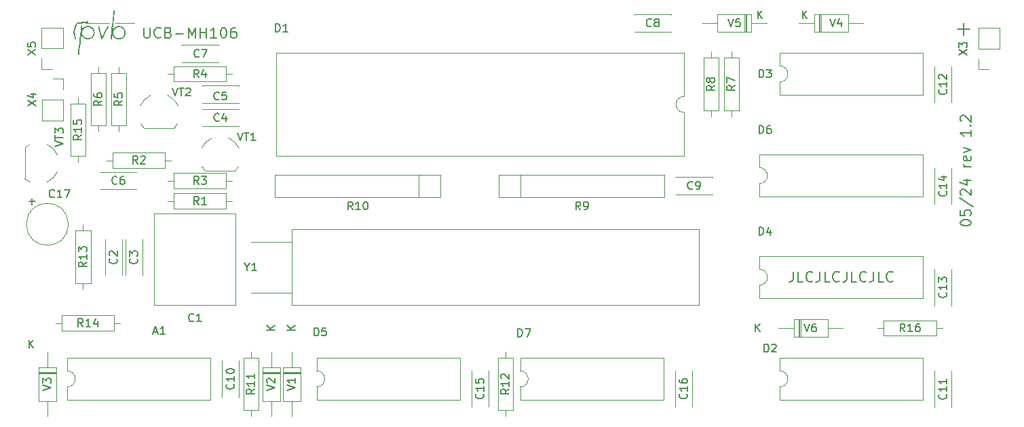
<source format=gbr>
%TF.GenerationSoftware,KiCad,Pcbnew,8.0.1*%
%TF.CreationDate,2024-05-17T17:30:13+02:00*%
%TF.ProjectId,modul_MH106,6d6f6475-6c5f-44d4-9831-30362e6b6963,rev?*%
%TF.SameCoordinates,Original*%
%TF.FileFunction,Legend,Top*%
%TF.FilePolarity,Positive*%
%FSLAX46Y46*%
G04 Gerber Fmt 4.6, Leading zero omitted, Abs format (unit mm)*
G04 Created by KiCad (PCBNEW 8.0.1) date 2024-05-17 17:30:13*
%MOMM*%
%LPD*%
G01*
G04 APERTURE LIST*
%ADD10C,0.000000*%
%ADD11C,0.200000*%
%ADD12C,0.150000*%
%ADD13C,0.120000*%
G04 APERTURE END LIST*
D10*
G36*
X101598011Y-58197693D02*
G01*
X101608279Y-58202525D01*
X101613101Y-58205484D01*
X101617602Y-58208550D01*
X101621780Y-58211721D01*
X101625637Y-58214996D01*
X101629171Y-58218371D01*
X101632384Y-58221846D01*
X101635275Y-58225418D01*
X101637844Y-58229086D01*
X101640091Y-58232848D01*
X101642017Y-58236702D01*
X101643621Y-58240647D01*
X101644904Y-58244680D01*
X101645865Y-58248799D01*
X101646505Y-58253004D01*
X101646824Y-58257291D01*
X101646822Y-58261659D01*
X101646498Y-58266107D01*
X101645854Y-58270632D01*
X101644888Y-58275233D01*
X101643601Y-58279908D01*
X101641994Y-58284655D01*
X101640066Y-58289472D01*
X101637817Y-58294357D01*
X101635247Y-58299309D01*
X101632357Y-58304325D01*
X101629146Y-58309405D01*
X101625615Y-58314545D01*
X101621763Y-58319745D01*
X101617592Y-58325002D01*
X101613099Y-58330315D01*
X101608287Y-58335682D01*
X101603155Y-58341100D01*
X101566960Y-58378330D01*
X102942988Y-58382574D01*
X104319017Y-58386818D01*
X104339538Y-58410633D01*
X104341920Y-58413502D01*
X104344148Y-58416400D01*
X104346223Y-58419326D01*
X104348144Y-58422277D01*
X104349911Y-58425252D01*
X104351525Y-58428248D01*
X104352985Y-58431264D01*
X104354291Y-58434298D01*
X104355443Y-58437347D01*
X104356442Y-58440410D01*
X104357288Y-58443484D01*
X104357979Y-58446569D01*
X104358517Y-58449661D01*
X104358901Y-58452759D01*
X104359132Y-58455861D01*
X104359209Y-58458965D01*
X104359132Y-58462069D01*
X104358901Y-58465171D01*
X104358517Y-58468269D01*
X104357979Y-58471362D01*
X104357288Y-58474446D01*
X104356442Y-58477521D01*
X104355443Y-58480584D01*
X104354291Y-58483633D01*
X104352985Y-58486666D01*
X104351525Y-58489682D01*
X104349911Y-58492679D01*
X104348144Y-58495653D01*
X104346223Y-58498605D01*
X104344148Y-58501530D01*
X104341920Y-58504429D01*
X104339538Y-58507298D01*
X104319017Y-58531113D01*
X102845132Y-58533341D01*
X101691017Y-58532929D01*
X101434479Y-58530283D01*
X101347463Y-58525779D01*
X101344792Y-58524588D01*
X101342159Y-58523235D01*
X101339567Y-58521726D01*
X101337021Y-58520070D01*
X101334526Y-58518275D01*
X101332086Y-58516348D01*
X101329706Y-58514298D01*
X101327389Y-58512132D01*
X101325141Y-58509859D01*
X101322966Y-58507486D01*
X101320868Y-58505020D01*
X101318852Y-58502471D01*
X101316922Y-58499845D01*
X101315083Y-58497151D01*
X101313339Y-58494397D01*
X101311694Y-58491590D01*
X101310153Y-58488739D01*
X101308720Y-58485851D01*
X101307400Y-58482933D01*
X101306198Y-58479995D01*
X101305117Y-58477044D01*
X101304162Y-58474088D01*
X101303338Y-58471134D01*
X101302649Y-58468191D01*
X101302099Y-58465266D01*
X101301693Y-58462367D01*
X101301436Y-58459503D01*
X101301331Y-58456681D01*
X101301384Y-58453909D01*
X101301598Y-58451194D01*
X101301978Y-58448546D01*
X101302529Y-58445971D01*
X101303147Y-58443832D01*
X101303975Y-58441485D01*
X101304998Y-58438953D01*
X101306201Y-58436260D01*
X101307572Y-58433428D01*
X101309096Y-58430483D01*
X101310760Y-58427448D01*
X101312549Y-58424345D01*
X101314449Y-58421199D01*
X101316447Y-58418033D01*
X101318528Y-58414871D01*
X101320679Y-58411737D01*
X101322886Y-58408654D01*
X101325134Y-58405645D01*
X101327411Y-58402735D01*
X101329701Y-58399946D01*
X101351932Y-58373573D01*
X101319074Y-58378301D01*
X101192684Y-58396219D01*
X100661245Y-58471711D01*
X100390484Y-58509876D01*
X100346115Y-58516304D01*
X100309176Y-58522170D01*
X100283522Y-58526828D01*
X100276132Y-58528501D01*
X100274007Y-58529137D01*
X100273009Y-58529628D01*
X100212763Y-58673345D01*
X100089447Y-58981393D01*
X99967904Y-59290370D01*
X99912980Y-59436872D01*
X99914897Y-59449626D01*
X99920392Y-59480010D01*
X99940574Y-59585724D01*
X99970444Y-59738118D01*
X100006918Y-59921297D01*
X100043055Y-60104567D01*
X100072003Y-60257211D01*
X100090822Y-60363293D01*
X100095513Y-60393895D01*
X100096569Y-60406882D01*
X100095374Y-60411148D01*
X100093973Y-60415278D01*
X100092374Y-60419267D01*
X100090583Y-60423112D01*
X100088609Y-60426810D01*
X100086458Y-60430357D01*
X100084138Y-60433749D01*
X100081656Y-60436984D01*
X100079019Y-60440056D01*
X100076235Y-60442963D01*
X100073311Y-60445701D01*
X100070254Y-60448267D01*
X100067071Y-60450657D01*
X100063770Y-60452867D01*
X100060358Y-60454895D01*
X100056842Y-60456735D01*
X100053229Y-60458386D01*
X100049528Y-60459842D01*
X100045744Y-60461101D01*
X100041886Y-60462160D01*
X100037960Y-60463013D01*
X100033974Y-60463659D01*
X100029936Y-60464093D01*
X100025852Y-60464312D01*
X100021729Y-60464313D01*
X100017576Y-60464091D01*
X100013398Y-60463643D01*
X100009205Y-60462965D01*
X100005002Y-60462055D01*
X100000797Y-60460908D01*
X99996598Y-60459521D01*
X99992411Y-60457891D01*
X99992411Y-60457893D01*
X99989731Y-60456666D01*
X99987034Y-60455231D01*
X99984336Y-60453606D01*
X99981654Y-60451807D01*
X99979006Y-60449852D01*
X99976408Y-60447757D01*
X99973878Y-60445539D01*
X99971432Y-60443215D01*
X99969087Y-60440801D01*
X99966861Y-60438316D01*
X99964771Y-60435775D01*
X99962833Y-60433195D01*
X99961065Y-60430594D01*
X99959484Y-60427987D01*
X99958107Y-60425393D01*
X99956950Y-60422827D01*
X99952966Y-60408005D01*
X99945412Y-60374984D01*
X99921357Y-60262729D01*
X99888303Y-60102823D01*
X99849766Y-59912025D01*
X99795932Y-59640580D01*
X99779231Y-59553019D01*
X99768204Y-59490671D01*
X99762002Y-59448367D01*
X99759773Y-59420936D01*
X99760666Y-59403209D01*
X99763829Y-59390015D01*
X99782984Y-59339445D01*
X99826790Y-59228046D01*
X99962311Y-58888581D01*
X100044116Y-58686977D01*
X100106583Y-58537381D01*
X100148689Y-58442181D01*
X100161788Y-58415726D01*
X100169415Y-58403766D01*
X100171264Y-58402162D01*
X100173471Y-58400584D01*
X100176130Y-58399014D01*
X100179339Y-58397439D01*
X100183194Y-58395840D01*
X100187794Y-58394204D01*
X100193233Y-58392512D01*
X100199610Y-58390751D01*
X100207021Y-58388903D01*
X100215562Y-58386953D01*
X100236426Y-58382683D01*
X100262974Y-58377812D01*
X100295983Y-58372215D01*
X100336226Y-58365762D01*
X100384478Y-58358327D01*
X100441515Y-58349783D01*
X100508110Y-58340001D01*
X100673074Y-58316217D01*
X100885569Y-58285955D01*
X101286131Y-58229400D01*
X101496039Y-58201730D01*
X101550153Y-58196342D01*
X101581390Y-58195315D01*
X101598011Y-58197693D01*
G37*
G36*
X104091945Y-58771857D02*
G01*
X104097167Y-58772352D01*
X104102359Y-58773194D01*
X104107497Y-58774375D01*
X104112558Y-58775886D01*
X104117520Y-58777716D01*
X104122357Y-58779855D01*
X104127046Y-58782295D01*
X104131565Y-58785026D01*
X104135889Y-58788039D01*
X104139995Y-58791323D01*
X104143860Y-58794869D01*
X104147459Y-58798668D01*
X104150769Y-58802711D01*
X104153767Y-58806987D01*
X104156430Y-58811487D01*
X104158733Y-58816202D01*
X104160653Y-58821121D01*
X104162167Y-58826237D01*
X104163251Y-58831538D01*
X104163881Y-58837015D01*
X104164034Y-58842660D01*
X104162540Y-58849023D01*
X104158147Y-58860907D01*
X104140481Y-58901615D01*
X104110669Y-58965539D01*
X104068341Y-59053436D01*
X104013130Y-59166063D01*
X103944668Y-59304176D01*
X103766518Y-59659883D01*
X103550564Y-60087993D01*
X103427796Y-60326638D01*
X103392149Y-60392310D01*
X103368748Y-60431494D01*
X103353908Y-60451149D01*
X103343948Y-60458236D01*
X103341256Y-60459147D01*
X103338455Y-60460002D01*
X103335568Y-60460796D01*
X103332617Y-60461528D01*
X103329625Y-60462194D01*
X103326613Y-60462791D01*
X103323605Y-60463316D01*
X103320622Y-60463765D01*
X103317688Y-60464136D01*
X103314823Y-60464426D01*
X103312051Y-60464631D01*
X103309395Y-60464748D01*
X103306875Y-60464775D01*
X103304515Y-60464707D01*
X103302337Y-60464543D01*
X103300364Y-60464279D01*
X103300363Y-60464279D01*
X103296213Y-60463550D01*
X103292283Y-60462712D01*
X103288528Y-60461614D01*
X103286702Y-60460921D01*
X103284902Y-60460106D01*
X103283123Y-60459152D01*
X103281359Y-60458038D01*
X103279604Y-60456748D01*
X103277853Y-60455261D01*
X103276101Y-60453559D01*
X103274340Y-60451623D01*
X103272567Y-60449435D01*
X103270774Y-60446976D01*
X103268957Y-60444227D01*
X103267109Y-60441169D01*
X103265225Y-60437784D01*
X103263299Y-60434052D01*
X103261325Y-60429956D01*
X103259299Y-60425476D01*
X103257213Y-60420594D01*
X103255063Y-60415290D01*
X103250546Y-60403344D01*
X103245703Y-60389489D01*
X103240487Y-60373574D01*
X103234853Y-60355449D01*
X103228755Y-60334965D01*
X103222149Y-60311971D01*
X103214987Y-60286317D01*
X103207226Y-60257854D01*
X103198819Y-60226432D01*
X103189720Y-60191900D01*
X103179885Y-60154108D01*
X103169266Y-60112907D01*
X103145500Y-60019677D01*
X103118057Y-59911009D01*
X103050682Y-59642561D01*
X102912523Y-59084421D01*
X102870489Y-58909209D01*
X102855045Y-58838416D01*
X102855286Y-58833107D01*
X102856006Y-58827961D01*
X102857179Y-58822985D01*
X102858782Y-58818189D01*
X102860791Y-58813581D01*
X102863183Y-58809170D01*
X102865932Y-58804965D01*
X102869016Y-58800975D01*
X102872410Y-58797208D01*
X102876090Y-58793673D01*
X102880031Y-58790379D01*
X102884211Y-58787335D01*
X102888606Y-58784550D01*
X102893190Y-58782032D01*
X102897940Y-58779790D01*
X102902832Y-58777832D01*
X102907843Y-58776169D01*
X102912947Y-58774808D01*
X102918122Y-58773757D01*
X102923343Y-58773027D01*
X102928585Y-58772626D01*
X102933826Y-58772562D01*
X102939041Y-58772844D01*
X102944206Y-58773481D01*
X102949297Y-58774482D01*
X102954291Y-58775856D01*
X102959162Y-58777611D01*
X102963887Y-58779756D01*
X102968443Y-58782300D01*
X102972805Y-58785252D01*
X102976948Y-58788620D01*
X102980850Y-58792413D01*
X102983850Y-58796909D01*
X102987566Y-58804947D01*
X102992092Y-58816875D01*
X102997522Y-58833042D01*
X103003949Y-58853794D01*
X103011467Y-58879480D01*
X103030152Y-58947041D01*
X103054326Y-59038507D01*
X103084737Y-59156659D01*
X103122136Y-59304277D01*
X103167273Y-59484143D01*
X103287914Y-59958992D01*
X103326069Y-60103452D01*
X103341811Y-60156518D01*
X103349963Y-60142798D01*
X103370853Y-60103458D01*
X103445222Y-59958951D01*
X103553660Y-59745070D01*
X103684908Y-59483887D01*
X103927905Y-59003203D01*
X104005858Y-58852611D01*
X104039276Y-58792118D01*
X104043272Y-58788154D01*
X104047496Y-58784643D01*
X104051926Y-58781576D01*
X104056539Y-58778942D01*
X104061309Y-58776733D01*
X104066215Y-58774939D01*
X104071232Y-58773550D01*
X104076338Y-58772557D01*
X104081507Y-58771950D01*
X104086718Y-58771720D01*
X104091945Y-58771857D01*
G37*
G36*
X100801906Y-58773043D02*
G01*
X100806506Y-58773505D01*
X100811083Y-58774231D01*
X100815620Y-58775217D01*
X100820100Y-58776459D01*
X100824507Y-58777954D01*
X100828825Y-58779696D01*
X100833037Y-58781682D01*
X100837126Y-58783907D01*
X100841075Y-58786369D01*
X100844870Y-58789062D01*
X100848491Y-58791982D01*
X100851924Y-58795126D01*
X100855152Y-58798489D01*
X100858158Y-58802067D01*
X100860926Y-58805857D01*
X100863438Y-58809853D01*
X100865679Y-58814053D01*
X100867633Y-58818451D01*
X100869281Y-58823044D01*
X100869920Y-58827493D01*
X100870140Y-58835258D01*
X100869421Y-58859589D01*
X100867318Y-58893746D01*
X100864028Y-58935433D01*
X100859747Y-58982359D01*
X100854671Y-59032231D01*
X100848995Y-59082754D01*
X100842916Y-59131637D01*
X100842004Y-59139732D01*
X100841448Y-59147274D01*
X100841239Y-59154099D01*
X100841262Y-59157191D01*
X100841369Y-59160043D01*
X100841558Y-59162633D01*
X100841828Y-59164942D01*
X100842178Y-59166948D01*
X100842607Y-59168631D01*
X100843114Y-59169970D01*
X100843697Y-59170945D01*
X100844017Y-59171290D01*
X100844356Y-59171536D01*
X100844714Y-59171680D01*
X100845090Y-59171721D01*
X100845518Y-59171643D01*
X100846028Y-59171432D01*
X100846618Y-59171092D01*
X100847285Y-59170627D01*
X100848842Y-59169332D01*
X100850675Y-59167575D01*
X100852765Y-59165381D01*
X100855090Y-59162778D01*
X100857628Y-59159792D01*
X100860359Y-59156449D01*
X100863260Y-59152775D01*
X100866312Y-59148798D01*
X100869492Y-59144544D01*
X100872779Y-59140040D01*
X100876152Y-59135311D01*
X100879590Y-59130385D01*
X100883071Y-59125289D01*
X100886575Y-59120047D01*
X100894593Y-59108541D01*
X100903891Y-59096293D01*
X100914344Y-59083423D01*
X100925826Y-59070056D01*
X100938210Y-59056312D01*
X100951370Y-59042314D01*
X100965180Y-59028185D01*
X100979513Y-59014047D01*
X100994244Y-59000023D01*
X101009246Y-58986233D01*
X101024393Y-58972802D01*
X101039559Y-58959851D01*
X101054617Y-58947502D01*
X101069441Y-58935878D01*
X101083905Y-58925101D01*
X101097884Y-58915293D01*
X101111077Y-58906634D01*
X101125133Y-58897945D01*
X101139958Y-58889269D01*
X101155459Y-58880647D01*
X101188113Y-58863736D01*
X101222346Y-58847551D01*
X101257409Y-58832430D01*
X101292553Y-58818712D01*
X101309921Y-58812485D01*
X101327029Y-58806735D01*
X101343782Y-58801506D01*
X101360087Y-58796838D01*
X101381649Y-58791272D01*
X101391831Y-58788933D01*
X101401853Y-58786868D01*
X101411897Y-58785061D01*
X101422142Y-58783497D01*
X101432768Y-58782158D01*
X101443956Y-58781030D01*
X101455887Y-58780096D01*
X101468739Y-58779339D01*
X101482694Y-58778744D01*
X101497933Y-58778295D01*
X101532979Y-58777770D01*
X101575319Y-58777634D01*
X101630430Y-58778229D01*
X101655016Y-58779022D01*
X101677954Y-58780208D01*
X101699494Y-58781835D01*
X101719883Y-58783952D01*
X101739373Y-58786605D01*
X101758211Y-58789842D01*
X101776647Y-58793710D01*
X101794929Y-58798258D01*
X101813308Y-58803533D01*
X101832032Y-58809582D01*
X101851349Y-58816453D01*
X101871510Y-58824194D01*
X101915358Y-58842476D01*
X101947704Y-58857556D01*
X101979900Y-58874640D01*
X102011811Y-58893598D01*
X102043304Y-58914301D01*
X102074245Y-58936619D01*
X102104500Y-58960425D01*
X102133935Y-58985588D01*
X102162415Y-59011979D01*
X102189808Y-59039469D01*
X102215978Y-59067929D01*
X102240792Y-59097230D01*
X102264116Y-59127242D01*
X102285816Y-59157837D01*
X102305758Y-59188884D01*
X102323807Y-59220255D01*
X102339831Y-59251821D01*
X102351397Y-59277470D01*
X102362200Y-59303888D01*
X102372219Y-59330951D01*
X102381429Y-59358536D01*
X102389809Y-59386520D01*
X102397335Y-59414780D01*
X102403984Y-59443192D01*
X102409734Y-59471635D01*
X102414561Y-59499984D01*
X102418442Y-59528116D01*
X102421356Y-59555910D01*
X102423278Y-59583240D01*
X102424185Y-59609986D01*
X102424056Y-59636022D01*
X102422866Y-59661227D01*
X102420594Y-59685477D01*
X102415128Y-59725890D01*
X102408476Y-59765097D01*
X102400617Y-59803139D01*
X102391534Y-59840055D01*
X102381208Y-59875888D01*
X102369619Y-59910678D01*
X102356750Y-59944467D01*
X102342582Y-59977294D01*
X102327095Y-60009202D01*
X102310271Y-60040230D01*
X102292091Y-60070421D01*
X102272536Y-60099814D01*
X102251588Y-60128451D01*
X102229229Y-60156373D01*
X102205438Y-60183620D01*
X102180198Y-60210234D01*
X102152960Y-60236647D01*
X102124816Y-60261647D01*
X102095815Y-60285229D01*
X102066007Y-60307386D01*
X102035444Y-60328114D01*
X102004175Y-60347407D01*
X101972249Y-60365259D01*
X101939718Y-60381665D01*
X101906632Y-60396620D01*
X101873040Y-60410118D01*
X101838992Y-60422154D01*
X101804540Y-60432722D01*
X101769732Y-60441816D01*
X101734620Y-60449431D01*
X101699253Y-60455562D01*
X101663682Y-60460204D01*
X101627956Y-60463350D01*
X101592126Y-60464995D01*
X101556242Y-60465134D01*
X101520355Y-60463762D01*
X101484513Y-60460872D01*
X101448768Y-60456459D01*
X101413169Y-60450519D01*
X101377767Y-60443045D01*
X101342612Y-60434031D01*
X101307755Y-60423473D01*
X101273244Y-60411365D01*
X101239130Y-60397702D01*
X101205465Y-60382477D01*
X101172296Y-60365686D01*
X101139676Y-60347323D01*
X101107653Y-60327383D01*
X101092716Y-60317153D01*
X101076993Y-60305520D01*
X101060646Y-60292642D01*
X101043832Y-60278679D01*
X101026713Y-60263790D01*
X101009447Y-60248134D01*
X100992195Y-60231870D01*
X100975116Y-60215158D01*
X100958370Y-60198157D01*
X100942116Y-60181025D01*
X100926515Y-60163922D01*
X100911725Y-60147007D01*
X100897907Y-60130439D01*
X100885220Y-60114378D01*
X100873824Y-60098983D01*
X100863878Y-60084412D01*
X100848924Y-60060099D01*
X100833330Y-60032491D01*
X100817907Y-60003281D01*
X100803468Y-59974162D01*
X100790824Y-59946825D01*
X100780788Y-59922963D01*
X100777001Y-59912864D01*
X100774170Y-59904268D01*
X100772398Y-59897388D01*
X100771784Y-59892434D01*
X100771776Y-59891814D01*
X100771750Y-59891228D01*
X100771708Y-59890675D01*
X100771650Y-59890156D01*
X100771575Y-59889672D01*
X100771483Y-59889221D01*
X100771376Y-59888803D01*
X100771253Y-59888420D01*
X100771114Y-59888072D01*
X100770960Y-59887757D01*
X100770791Y-59887476D01*
X100770607Y-59887230D01*
X100770407Y-59887018D01*
X100770193Y-59886841D01*
X100769965Y-59886698D01*
X100769722Y-59886590D01*
X100769465Y-59886516D01*
X100769194Y-59886477D01*
X100768909Y-59886473D01*
X100768610Y-59886504D01*
X100768298Y-59886570D01*
X100767973Y-59886670D01*
X100767635Y-59886806D01*
X100767284Y-59886976D01*
X100766920Y-59887182D01*
X100766543Y-59887423D01*
X100766155Y-59887700D01*
X100765754Y-59888012D01*
X100765341Y-59888359D01*
X100764916Y-59888742D01*
X100764480Y-59889160D01*
X100764032Y-59889614D01*
X100763617Y-59890199D01*
X100763171Y-59891118D01*
X100762195Y-59893919D01*
X100761114Y-59897945D01*
X100759939Y-59903126D01*
X100757354Y-59916662D01*
X100754527Y-59933955D01*
X100751546Y-59954432D01*
X100748499Y-59977521D01*
X100745475Y-60002648D01*
X100742560Y-60029241D01*
X100728001Y-60164544D01*
X100712262Y-60305099D01*
X100682534Y-60567348D01*
X100653012Y-60835597D01*
X100584600Y-61450974D01*
X100552688Y-61733937D01*
X100524728Y-61989960D01*
X100506638Y-62153096D01*
X100492769Y-62265404D01*
X100487144Y-62304518D01*
X100482247Y-62333350D01*
X100477967Y-62352707D01*
X100474195Y-62363399D01*
X100472115Y-62366968D01*
X100469812Y-62370347D01*
X100467297Y-62373536D01*
X100464584Y-62376532D01*
X100461684Y-62379335D01*
X100458612Y-62381942D01*
X100455378Y-62384353D01*
X100451996Y-62386566D01*
X100448478Y-62388580D01*
X100444838Y-62390392D01*
X100441086Y-62392003D01*
X100437236Y-62393409D01*
X100433301Y-62394611D01*
X100429293Y-62395606D01*
X100425225Y-62396392D01*
X100421109Y-62396970D01*
X100416958Y-62397336D01*
X100412783Y-62397490D01*
X100408599Y-62397430D01*
X100404418Y-62397155D01*
X100400251Y-62396664D01*
X100396112Y-62395954D01*
X100392013Y-62395025D01*
X100387967Y-62393875D01*
X100383986Y-62392502D01*
X100380082Y-62390906D01*
X100376270Y-62389084D01*
X100372560Y-62387036D01*
X100368966Y-62384759D01*
X100365499Y-62382254D01*
X100362174Y-62379517D01*
X100359002Y-62376547D01*
X100359001Y-62376545D01*
X100356504Y-62373941D01*
X100354163Y-62371268D01*
X100351978Y-62368529D01*
X100349949Y-62365725D01*
X100348079Y-62362859D01*
X100346367Y-62359932D01*
X100344815Y-62356946D01*
X100343423Y-62353904D01*
X100342192Y-62350806D01*
X100341122Y-62347655D01*
X100340216Y-62344453D01*
X100339473Y-62341201D01*
X100338894Y-62337903D01*
X100338481Y-62334558D01*
X100338233Y-62331170D01*
X100338152Y-62327740D01*
X100339665Y-62302532D01*
X100344085Y-62253133D01*
X100361047Y-62087376D01*
X100387843Y-61841707D01*
X100423278Y-61527364D01*
X100453883Y-61256236D01*
X100482412Y-60996866D01*
X100550824Y-60381489D01*
X100581428Y-60110361D01*
X100609957Y-59850992D01*
X100636731Y-59607163D01*
X100876712Y-59607163D01*
X100876839Y-59638403D01*
X100878366Y-59669534D01*
X100885572Y-59731273D01*
X100898231Y-59791995D01*
X100916246Y-59851314D01*
X100939518Y-59908844D01*
X100953094Y-59936817D01*
X100967947Y-59964197D01*
X100984065Y-59990938D01*
X101001435Y-60016989D01*
X101020045Y-60042303D01*
X101039884Y-60066832D01*
X101060937Y-60090528D01*
X101083194Y-60113341D01*
X101106641Y-60135224D01*
X101131267Y-60156129D01*
X101157059Y-60176007D01*
X101184005Y-60194810D01*
X101203103Y-60207207D01*
X101221607Y-60218636D01*
X101239699Y-60229160D01*
X101257561Y-60238843D01*
X101275375Y-60247749D01*
X101293321Y-60255941D01*
X101311581Y-60263483D01*
X101330338Y-60270439D01*
X101349773Y-60276873D01*
X101370067Y-60282848D01*
X101391402Y-60288427D01*
X101413959Y-60293675D01*
X101437921Y-60298655D01*
X101463469Y-60303431D01*
X101490785Y-60308067D01*
X101520050Y-60312626D01*
X101526187Y-60313295D01*
X101533839Y-60313716D01*
X101553054Y-60313851D01*
X101576417Y-60313121D01*
X101602653Y-60311611D01*
X101630485Y-60309409D01*
X101658635Y-60306604D01*
X101685827Y-60303283D01*
X101710786Y-60299534D01*
X101754624Y-60290374D01*
X101797761Y-60277821D01*
X101840038Y-60262018D01*
X101881297Y-60243107D01*
X101921379Y-60221230D01*
X101960126Y-60196529D01*
X101997379Y-60169147D01*
X102032978Y-60139226D01*
X102066767Y-60106909D01*
X102098585Y-60072336D01*
X102128275Y-60035652D01*
X102155678Y-59996998D01*
X102180634Y-59956516D01*
X102202987Y-59914349D01*
X102222576Y-59870638D01*
X102239243Y-59825527D01*
X102246566Y-59802718D01*
X102249595Y-59792489D01*
X102252237Y-59782744D01*
X102254520Y-59773260D01*
X102256470Y-59763810D01*
X102258115Y-59754171D01*
X102259481Y-59744118D01*
X102260596Y-59733425D01*
X102261485Y-59721869D01*
X102262176Y-59709225D01*
X102262696Y-59695268D01*
X102263329Y-59662516D01*
X102263599Y-59621816D01*
X102263594Y-59582660D01*
X102263182Y-59550586D01*
X102262217Y-59524166D01*
X102260559Y-59501973D01*
X102259425Y-59492014D01*
X102258064Y-59482577D01*
X102256458Y-59473482D01*
X102254590Y-59464550D01*
X102249994Y-59446465D01*
X102244133Y-59426892D01*
X102230374Y-59386727D01*
X102214822Y-59347977D01*
X102197501Y-59310667D01*
X102178434Y-59274823D01*
X102157645Y-59240471D01*
X102135158Y-59207638D01*
X102110996Y-59176347D01*
X102085183Y-59146626D01*
X102057743Y-59118499D01*
X102028700Y-59091993D01*
X101998076Y-59067134D01*
X101965897Y-59043947D01*
X101932184Y-59022457D01*
X101896963Y-59002691D01*
X101860257Y-58984673D01*
X101822089Y-58968431D01*
X101805682Y-58962187D01*
X101789468Y-58956490D01*
X101773362Y-58951331D01*
X101757282Y-58946697D01*
X101741144Y-58942575D01*
X101724864Y-58938955D01*
X101708359Y-58935824D01*
X101691546Y-58933170D01*
X101674341Y-58930982D01*
X101656660Y-58929247D01*
X101638420Y-58927954D01*
X101619538Y-58927091D01*
X101599929Y-58926645D01*
X101579512Y-58926606D01*
X101558201Y-58926961D01*
X101535915Y-58927698D01*
X101506698Y-58929354D01*
X101478337Y-58931931D01*
X101450765Y-58935456D01*
X101423918Y-58939952D01*
X101397731Y-58945444D01*
X101372137Y-58951956D01*
X101347072Y-58959514D01*
X101322470Y-58968140D01*
X101298266Y-58977862D01*
X101274395Y-58988701D01*
X101250792Y-59000684D01*
X101227390Y-59013835D01*
X101204125Y-59028178D01*
X101180932Y-59043738D01*
X101157745Y-59060540D01*
X101134499Y-59078607D01*
X101119971Y-59090533D01*
X101106062Y-59102491D01*
X101092735Y-59114527D01*
X101079953Y-59126688D01*
X101067676Y-59139021D01*
X101055867Y-59151572D01*
X101044489Y-59164389D01*
X101033503Y-59177517D01*
X101022872Y-59191003D01*
X101012556Y-59204895D01*
X101002520Y-59219238D01*
X100992724Y-59234080D01*
X100983131Y-59249467D01*
X100973702Y-59265446D01*
X100964401Y-59282064D01*
X100955188Y-59299367D01*
X100940631Y-59329046D01*
X100927598Y-59359098D01*
X100916077Y-59389475D01*
X100906054Y-59420130D01*
X100897519Y-59451012D01*
X100890458Y-59482075D01*
X100884859Y-59513270D01*
X100880710Y-59544548D01*
X100877999Y-59575862D01*
X100876712Y-59607163D01*
X100636731Y-59607163D01*
X100649125Y-59494298D01*
X100673929Y-59278055D01*
X100686517Y-59167472D01*
X100699564Y-59044636D01*
X100706371Y-58979401D01*
X100712304Y-58927178D01*
X100717684Y-58886284D01*
X100722832Y-58855041D01*
X100728066Y-58831766D01*
X100730816Y-58822591D01*
X100733708Y-58814779D01*
X100736782Y-58808118D01*
X100740077Y-58802399D01*
X100743635Y-58797412D01*
X100747494Y-58792946D01*
X100750894Y-58789601D01*
X100754486Y-58786573D01*
X100758252Y-58783858D01*
X100762178Y-58781453D01*
X100766245Y-58779352D01*
X100770437Y-58777553D01*
X100774738Y-58776051D01*
X100779132Y-58774841D01*
X100783601Y-58773920D01*
X100788130Y-58773284D01*
X100792701Y-58772929D01*
X100797299Y-58772850D01*
X100801906Y-58773043D01*
G37*
G36*
X104872313Y-56840499D02*
G01*
X104876743Y-56841010D01*
X104881166Y-56841786D01*
X104885570Y-56842828D01*
X104889944Y-56844138D01*
X104894276Y-56845717D01*
X104898556Y-56847567D01*
X104902771Y-56849690D01*
X104906910Y-56852087D01*
X104910963Y-56854761D01*
X104914917Y-56857712D01*
X104918763Y-56860943D01*
X104922487Y-56864456D01*
X104924440Y-56866515D01*
X104926257Y-56868690D01*
X104927938Y-56871025D01*
X104929480Y-56873565D01*
X104930882Y-56876357D01*
X104932141Y-56879444D01*
X104933257Y-56882872D01*
X104934228Y-56886686D01*
X104935052Y-56890931D01*
X104935727Y-56895653D01*
X104936251Y-56900895D01*
X104936624Y-56906704D01*
X104936842Y-56913124D01*
X104936906Y-56920201D01*
X104936812Y-56927979D01*
X104936559Y-56936504D01*
X104936146Y-56945821D01*
X104935571Y-56955975D01*
X104933927Y-56978972D01*
X104931615Y-57005858D01*
X104928620Y-57036993D01*
X104924929Y-57072738D01*
X104920529Y-57113452D01*
X104909548Y-57211235D01*
X104866536Y-57593193D01*
X104823792Y-57977278D01*
X104780821Y-58363480D01*
X104738147Y-58747556D01*
X104700740Y-59082795D01*
X104694643Y-59139009D01*
X104690032Y-59185425D01*
X104687356Y-59217226D01*
X104686884Y-59226141D01*
X104687064Y-59229596D01*
X104687226Y-59229673D01*
X104687447Y-59229644D01*
X104687725Y-59229511D01*
X104688060Y-59229276D01*
X104688450Y-59228943D01*
X104688892Y-59228512D01*
X104689927Y-59227372D01*
X104691153Y-59225874D01*
X104692556Y-59224039D01*
X104694123Y-59221886D01*
X104695840Y-59219435D01*
X104697693Y-59216705D01*
X104699670Y-59213716D01*
X104701757Y-59210487D01*
X104703940Y-59207039D01*
X104706205Y-59203390D01*
X104708540Y-59199560D01*
X104710931Y-59195568D01*
X104713364Y-59191435D01*
X104724270Y-59173466D01*
X104736113Y-59155297D01*
X104748824Y-59137005D01*
X104762332Y-59118665D01*
X104776566Y-59100355D01*
X104791455Y-59082151D01*
X104806930Y-59064128D01*
X104822921Y-59046365D01*
X104839355Y-59028936D01*
X104856164Y-59011919D01*
X104873277Y-58995389D01*
X104890624Y-58979424D01*
X104908133Y-58964099D01*
X104925736Y-58949492D01*
X104943360Y-58935678D01*
X104960936Y-58922734D01*
X104973183Y-58914387D01*
X104986831Y-58905767D01*
X105001720Y-58896947D01*
X105017691Y-58887998D01*
X105052246Y-58870009D01*
X105089220Y-58852380D01*
X105127343Y-58835694D01*
X105165341Y-58820531D01*
X105183895Y-58813704D01*
X105201940Y-58807475D01*
X105219318Y-58801918D01*
X105235868Y-58797106D01*
X105257949Y-58791336D01*
X105268277Y-58788917D01*
X105278374Y-58786785D01*
X105288425Y-58784923D01*
X105298612Y-58783315D01*
X105309121Y-58781944D01*
X105320133Y-58780792D01*
X105331835Y-58779842D01*
X105344408Y-58779078D01*
X105358036Y-58778483D01*
X105372904Y-58778039D01*
X105407093Y-58777537D01*
X105448444Y-58777438D01*
X105489392Y-58777648D01*
X105523454Y-58778245D01*
X105552020Y-58779358D01*
X105576479Y-58781117D01*
X105598219Y-58783650D01*
X105618630Y-58787088D01*
X105639100Y-58791560D01*
X105661019Y-58797195D01*
X105706616Y-58810869D01*
X105750858Y-58826767D01*
X105793703Y-58844808D01*
X105835109Y-58864908D01*
X105875032Y-58886983D01*
X105913432Y-58910952D01*
X105950264Y-58936730D01*
X105985488Y-58964235D01*
X106019059Y-58993384D01*
X106050938Y-59024094D01*
X106081079Y-59056282D01*
X106109442Y-59089865D01*
X106135984Y-59124760D01*
X106160663Y-59160883D01*
X106183435Y-59198153D01*
X106204259Y-59236485D01*
X106223093Y-59275796D01*
X106239893Y-59316005D01*
X106254618Y-59357028D01*
X106267225Y-59398781D01*
X106277672Y-59441182D01*
X106285916Y-59484147D01*
X106291915Y-59527595D01*
X106295626Y-59571441D01*
X106297007Y-59615602D01*
X106296017Y-59659997D01*
X106292611Y-59704541D01*
X106286748Y-59749152D01*
X106278386Y-59793746D01*
X106267482Y-59838241D01*
X106253994Y-59882554D01*
X106237879Y-59926601D01*
X106226198Y-59954564D01*
X106213620Y-59981951D01*
X106200166Y-60008748D01*
X106185855Y-60034939D01*
X106170709Y-60060510D01*
X106154746Y-60085444D01*
X106137988Y-60109729D01*
X106120454Y-60133347D01*
X106083139Y-60178527D01*
X106042964Y-60220865D01*
X106000089Y-60260239D01*
X105954676Y-60296531D01*
X105906887Y-60329620D01*
X105856882Y-60359386D01*
X105804823Y-60385708D01*
X105750871Y-60408468D01*
X105723236Y-60418474D01*
X105695188Y-60427544D01*
X105666747Y-60435663D01*
X105637934Y-60442817D01*
X105608769Y-60448989D01*
X105579272Y-60454166D01*
X105549462Y-60458332D01*
X105519361Y-60461472D01*
X105453553Y-60464634D01*
X105388446Y-60462748D01*
X105324270Y-60455947D01*
X105261257Y-60444362D01*
X105199636Y-60428125D01*
X105139639Y-60407369D01*
X105081494Y-60382225D01*
X105025433Y-60352825D01*
X104971686Y-60319301D01*
X104920483Y-60281786D01*
X104872055Y-60240411D01*
X104826631Y-60195308D01*
X104784443Y-60146609D01*
X104745720Y-60094447D01*
X104710694Y-60038953D01*
X104679593Y-59980259D01*
X104673832Y-59967957D01*
X104668019Y-59954882D01*
X104662313Y-59941432D01*
X104656872Y-59928010D01*
X104651855Y-59915016D01*
X104647420Y-59902849D01*
X104643726Y-59891911D01*
X104640932Y-59882602D01*
X104638928Y-59875659D01*
X104636837Y-59869094D01*
X104634689Y-59862956D01*
X104632514Y-59857288D01*
X104630341Y-59852139D01*
X104628201Y-59847552D01*
X104626124Y-59843576D01*
X104624138Y-59840254D01*
X104622274Y-59837634D01*
X104620563Y-59835762D01*
X104619773Y-59835121D01*
X104619032Y-59834684D01*
X104618344Y-59834456D01*
X104617713Y-59834444D01*
X104617142Y-59834654D01*
X104616636Y-59835091D01*
X104616196Y-59835761D01*
X104615829Y-59836669D01*
X104615536Y-59837822D01*
X104615323Y-59839225D01*
X104615148Y-59842804D01*
X104605752Y-59937166D01*
X104584771Y-60126331D01*
X104563017Y-60314770D01*
X104551301Y-60406952D01*
X104550108Y-60411182D01*
X104548711Y-60415278D01*
X104547116Y-60419236D01*
X104545332Y-60423053D01*
X104543365Y-60426725D01*
X104541222Y-60430248D01*
X104538912Y-60433620D01*
X104536440Y-60436835D01*
X104533816Y-60439891D01*
X104531046Y-60442785D01*
X104528136Y-60445511D01*
X104525096Y-60448068D01*
X104521931Y-60450450D01*
X104518650Y-60452656D01*
X104515260Y-60454680D01*
X104511767Y-60456519D01*
X104508180Y-60458171D01*
X104504506Y-60459630D01*
X104500751Y-60460894D01*
X104496924Y-60461959D01*
X104493031Y-60462821D01*
X104489080Y-60463477D01*
X104485079Y-60463923D01*
X104481034Y-60464155D01*
X104476953Y-60464171D01*
X104472843Y-60463965D01*
X104468712Y-60463535D01*
X104464567Y-60462877D01*
X104460415Y-60461988D01*
X104456263Y-60460863D01*
X104452120Y-60459499D01*
X104447991Y-60457893D01*
X104447992Y-60457893D01*
X104443956Y-60456121D01*
X104440146Y-60454277D01*
X104436558Y-60452342D01*
X104433190Y-60450300D01*
X104430037Y-60448132D01*
X104427096Y-60445821D01*
X104424365Y-60443349D01*
X104421840Y-60440699D01*
X104419517Y-60437852D01*
X104417394Y-60434792D01*
X104415466Y-60431500D01*
X104413732Y-60427959D01*
X104412187Y-60424151D01*
X104410828Y-60420058D01*
X104409652Y-60415663D01*
X104408655Y-60410948D01*
X104407835Y-60405896D01*
X104407188Y-60400488D01*
X104406711Y-60394708D01*
X104406400Y-60388536D01*
X104406252Y-60381957D01*
X104406265Y-60374951D01*
X104406433Y-60367502D01*
X104406756Y-60359591D01*
X104407228Y-60351201D01*
X104407847Y-60342315D01*
X104409511Y-60322981D01*
X104411724Y-60301449D01*
X104414457Y-60277576D01*
X104442516Y-60033103D01*
X104478929Y-59702452D01*
X104488859Y-59612089D01*
X104750712Y-59612089D01*
X104751369Y-59650223D01*
X104754154Y-59688532D01*
X104759107Y-59726941D01*
X104766270Y-59765375D01*
X104775682Y-59803756D01*
X104787385Y-59842011D01*
X104801418Y-59880063D01*
X104808173Y-59896369D01*
X104815160Y-59912161D01*
X104822416Y-59927495D01*
X104829980Y-59942426D01*
X104837892Y-59957012D01*
X104846188Y-59971308D01*
X104854908Y-59985370D01*
X104864089Y-59999256D01*
X104873771Y-60013020D01*
X104883991Y-60026720D01*
X104894788Y-60040412D01*
X104906201Y-60054152D01*
X104918267Y-60067995D01*
X104931026Y-60082000D01*
X104944515Y-60096220D01*
X104958772Y-60110714D01*
X104990664Y-60140858D01*
X105023592Y-60168569D01*
X105057545Y-60193846D01*
X105092514Y-60216685D01*
X105128490Y-60237083D01*
X105165463Y-60255038D01*
X105203423Y-60270547D01*
X105242362Y-60283607D01*
X105282270Y-60294215D01*
X105323136Y-60302367D01*
X105364952Y-60308063D01*
X105407709Y-60311297D01*
X105451395Y-60312069D01*
X105496003Y-60310374D01*
X105541522Y-60306210D01*
X105587944Y-60299574D01*
X105598636Y-60297553D01*
X105610192Y-60294955D01*
X105622487Y-60291827D01*
X105635397Y-60288212D01*
X105662563Y-60279712D01*
X105690696Y-60269823D01*
X105718802Y-60258914D01*
X105745884Y-60247351D01*
X105770948Y-60235503D01*
X105782412Y-60229587D01*
X105792999Y-60223738D01*
X105815387Y-60210330D01*
X105837145Y-60196177D01*
X105858259Y-60181302D01*
X105878719Y-60165728D01*
X105898513Y-60149479D01*
X105917630Y-60132576D01*
X105936058Y-60115043D01*
X105953785Y-60096902D01*
X105970800Y-60078177D01*
X105987091Y-60058890D01*
X106002647Y-60039064D01*
X106017457Y-60018722D01*
X106031508Y-59997887D01*
X106044789Y-59976581D01*
X106057289Y-59954828D01*
X106068996Y-59932650D01*
X106079898Y-59910071D01*
X106089984Y-59887112D01*
X106099243Y-59863798D01*
X106107663Y-59840150D01*
X106115232Y-59816191D01*
X106121939Y-59791946D01*
X106127772Y-59767435D01*
X106132720Y-59742683D01*
X106136771Y-59717711D01*
X106139914Y-59692544D01*
X106142137Y-59667203D01*
X106143428Y-59641712D01*
X106143777Y-59616093D01*
X106143170Y-59590369D01*
X106141598Y-59564564D01*
X106139048Y-59538699D01*
X106131285Y-59488022D01*
X106120122Y-59438713D01*
X106105652Y-59390887D01*
X106087969Y-59344657D01*
X106067165Y-59300135D01*
X106043334Y-59257434D01*
X106016570Y-59216669D01*
X105986964Y-59177952D01*
X105954611Y-59141396D01*
X105919603Y-59107115D01*
X105882034Y-59075222D01*
X105841997Y-59045829D01*
X105799585Y-59019051D01*
X105754891Y-58995000D01*
X105708008Y-58973789D01*
X105659030Y-58955532D01*
X105640975Y-58949997D01*
X105621595Y-58945008D01*
X105601060Y-58940572D01*
X105579542Y-58936700D01*
X105557213Y-58933401D01*
X105534243Y-58930682D01*
X105510805Y-58928553D01*
X105487070Y-58927022D01*
X105463208Y-58926099D01*
X105439392Y-58925792D01*
X105415793Y-58926110D01*
X105392582Y-58927062D01*
X105369930Y-58928657D01*
X105348010Y-58930904D01*
X105326992Y-58933810D01*
X105307048Y-58937387D01*
X105267709Y-58946513D01*
X105229483Y-58957709D01*
X105192409Y-58970898D01*
X105156529Y-58986005D01*
X105121883Y-59002953D01*
X105088512Y-59021668D01*
X105056456Y-59042073D01*
X105025757Y-59064093D01*
X104996454Y-59087652D01*
X104968589Y-59112674D01*
X104942201Y-59139083D01*
X104917332Y-59166804D01*
X104894023Y-59195761D01*
X104872313Y-59225879D01*
X104852244Y-59257081D01*
X104833855Y-59289292D01*
X104817189Y-59322436D01*
X104802285Y-59356437D01*
X104789183Y-59391220D01*
X104777926Y-59426709D01*
X104768552Y-59462828D01*
X104761103Y-59499501D01*
X104755620Y-59536653D01*
X104752143Y-59574207D01*
X104750712Y-59612089D01*
X104488859Y-59612089D01*
X104507681Y-59440810D01*
X104538504Y-59167710D01*
X104606916Y-58552333D01*
X104635444Y-58292963D01*
X104666049Y-58021835D01*
X104734430Y-57406458D01*
X104749438Y-57270386D01*
X104762911Y-57151819D01*
X104773384Y-57056940D01*
X104777917Y-57012554D01*
X104781182Y-56977816D01*
X104782619Y-56963629D01*
X104784450Y-56949336D01*
X104786599Y-56935325D01*
X104788991Y-56921986D01*
X104791552Y-56909706D01*
X104794206Y-56898875D01*
X104796878Y-56889880D01*
X104798197Y-56886192D01*
X104799493Y-56883110D01*
X104801703Y-56878697D01*
X104804132Y-56874514D01*
X104806768Y-56870563D01*
X104809600Y-56866846D01*
X104812616Y-56863363D01*
X104815806Y-56860117D01*
X104819157Y-56857110D01*
X104822659Y-56854343D01*
X104826300Y-56851817D01*
X104830070Y-56849536D01*
X104833955Y-56847500D01*
X104837947Y-56845711D01*
X104842032Y-56844170D01*
X104846200Y-56842881D01*
X104850439Y-56841843D01*
X104854739Y-56841059D01*
X104859087Y-56840531D01*
X104863473Y-56840261D01*
X104867885Y-56840249D01*
X104872313Y-56840499D01*
G37*
G36*
X107402229Y-58386798D02*
G01*
X107405233Y-58387592D01*
X107408166Y-58388496D01*
X107411026Y-58389511D01*
X107413811Y-58390632D01*
X107416521Y-58391858D01*
X107419152Y-58393187D01*
X107421704Y-58394616D01*
X107424176Y-58396144D01*
X107426564Y-58397769D01*
X107428869Y-58399488D01*
X107431088Y-58401299D01*
X107433219Y-58403200D01*
X107435261Y-58405188D01*
X107437213Y-58407263D01*
X107439073Y-58409421D01*
X107440839Y-58411661D01*
X107442509Y-58413980D01*
X107444083Y-58416376D01*
X107445557Y-58418847D01*
X107446932Y-58421392D01*
X107448205Y-58424007D01*
X107449374Y-58426691D01*
X107450439Y-58429441D01*
X107451396Y-58432256D01*
X107452246Y-58435134D01*
X107452985Y-58438071D01*
X107453614Y-58441067D01*
X107454129Y-58444118D01*
X107454529Y-58447224D01*
X107454814Y-58450381D01*
X107454980Y-58453587D01*
X107455027Y-58456841D01*
X107454952Y-58463311D01*
X107454752Y-58469176D01*
X107454395Y-58474495D01*
X107453850Y-58479326D01*
X107453087Y-58483731D01*
X107452075Y-58487768D01*
X107451465Y-58489667D01*
X107450781Y-58491496D01*
X107450020Y-58493264D01*
X107449176Y-58494976D01*
X107448247Y-58496641D01*
X107447228Y-58498266D01*
X107446115Y-58499859D01*
X107444905Y-58501427D01*
X107442178Y-58504517D01*
X107439015Y-58507596D01*
X107435384Y-58510724D01*
X107431255Y-58513959D01*
X107426597Y-58517363D01*
X107421378Y-58520993D01*
X107419325Y-58522206D01*
X107416709Y-58523349D01*
X107413359Y-58524425D01*
X107409103Y-58525434D01*
X107403771Y-58526379D01*
X107397190Y-58527262D01*
X107379598Y-58528849D01*
X107354957Y-58530213D01*
X107321896Y-58531368D01*
X107279046Y-58532332D01*
X107225035Y-58533120D01*
X107158494Y-58533748D01*
X107078050Y-58534232D01*
X106869976Y-58534834D01*
X106589849Y-58535054D01*
X106226704Y-58535022D01*
X105272623Y-58532574D01*
X105087518Y-58529020D01*
X105044867Y-58526438D01*
X105026692Y-58523234D01*
X105026692Y-58523237D01*
X105023978Y-58521995D01*
X105021284Y-58520642D01*
X105018626Y-58519191D01*
X105016020Y-58517655D01*
X105013484Y-58516047D01*
X105011033Y-58514380D01*
X105008683Y-58512669D01*
X105006451Y-58510925D01*
X105004354Y-58509162D01*
X105002407Y-58507394D01*
X105000627Y-58505634D01*
X104999031Y-58503894D01*
X104997634Y-58502189D01*
X104996454Y-58500531D01*
X104995505Y-58498934D01*
X104994806Y-58497411D01*
X104993010Y-58492090D01*
X104991575Y-58486457D01*
X104990493Y-58480570D01*
X104989758Y-58474485D01*
X104989364Y-58468260D01*
X104989303Y-58461952D01*
X104989568Y-58455618D01*
X104990153Y-58449314D01*
X104991051Y-58443099D01*
X104992256Y-58437028D01*
X104993760Y-58431161D01*
X104995557Y-58425552D01*
X104997639Y-58420260D01*
X105000001Y-58415342D01*
X105002636Y-58410855D01*
X105005536Y-58406856D01*
X105021789Y-58386818D01*
X106202335Y-58384462D01*
X107041779Y-58384178D01*
X107402229Y-58386798D01*
G37*
D11*
X189575238Y-89461004D02*
X189575238Y-90389576D01*
X189575238Y-90389576D02*
X189513333Y-90575290D01*
X189513333Y-90575290D02*
X189389524Y-90699100D01*
X189389524Y-90699100D02*
X189203809Y-90761004D01*
X189203809Y-90761004D02*
X189080000Y-90761004D01*
X190813333Y-90761004D02*
X190194285Y-90761004D01*
X190194285Y-90761004D02*
X190194285Y-89461004D01*
X191989523Y-90637195D02*
X191927619Y-90699100D01*
X191927619Y-90699100D02*
X191741904Y-90761004D01*
X191741904Y-90761004D02*
X191618095Y-90761004D01*
X191618095Y-90761004D02*
X191432381Y-90699100D01*
X191432381Y-90699100D02*
X191308571Y-90575290D01*
X191308571Y-90575290D02*
X191246666Y-90451480D01*
X191246666Y-90451480D02*
X191184762Y-90203861D01*
X191184762Y-90203861D02*
X191184762Y-90018147D01*
X191184762Y-90018147D02*
X191246666Y-89770528D01*
X191246666Y-89770528D02*
X191308571Y-89646719D01*
X191308571Y-89646719D02*
X191432381Y-89522909D01*
X191432381Y-89522909D02*
X191618095Y-89461004D01*
X191618095Y-89461004D02*
X191741904Y-89461004D01*
X191741904Y-89461004D02*
X191927619Y-89522909D01*
X191927619Y-89522909D02*
X191989523Y-89584814D01*
X192918095Y-89461004D02*
X192918095Y-90389576D01*
X192918095Y-90389576D02*
X192856190Y-90575290D01*
X192856190Y-90575290D02*
X192732381Y-90699100D01*
X192732381Y-90699100D02*
X192546666Y-90761004D01*
X192546666Y-90761004D02*
X192422857Y-90761004D01*
X194156190Y-90761004D02*
X193537142Y-90761004D01*
X193537142Y-90761004D02*
X193537142Y-89461004D01*
X195332380Y-90637195D02*
X195270476Y-90699100D01*
X195270476Y-90699100D02*
X195084761Y-90761004D01*
X195084761Y-90761004D02*
X194960952Y-90761004D01*
X194960952Y-90761004D02*
X194775238Y-90699100D01*
X194775238Y-90699100D02*
X194651428Y-90575290D01*
X194651428Y-90575290D02*
X194589523Y-90451480D01*
X194589523Y-90451480D02*
X194527619Y-90203861D01*
X194527619Y-90203861D02*
X194527619Y-90018147D01*
X194527619Y-90018147D02*
X194589523Y-89770528D01*
X194589523Y-89770528D02*
X194651428Y-89646719D01*
X194651428Y-89646719D02*
X194775238Y-89522909D01*
X194775238Y-89522909D02*
X194960952Y-89461004D01*
X194960952Y-89461004D02*
X195084761Y-89461004D01*
X195084761Y-89461004D02*
X195270476Y-89522909D01*
X195270476Y-89522909D02*
X195332380Y-89584814D01*
X196260952Y-89461004D02*
X196260952Y-90389576D01*
X196260952Y-90389576D02*
X196199047Y-90575290D01*
X196199047Y-90575290D02*
X196075238Y-90699100D01*
X196075238Y-90699100D02*
X195889523Y-90761004D01*
X195889523Y-90761004D02*
X195765714Y-90761004D01*
X197499047Y-90761004D02*
X196879999Y-90761004D01*
X196879999Y-90761004D02*
X196879999Y-89461004D01*
X198675237Y-90637195D02*
X198613333Y-90699100D01*
X198613333Y-90699100D02*
X198427618Y-90761004D01*
X198427618Y-90761004D02*
X198303809Y-90761004D01*
X198303809Y-90761004D02*
X198118095Y-90699100D01*
X198118095Y-90699100D02*
X197994285Y-90575290D01*
X197994285Y-90575290D02*
X197932380Y-90451480D01*
X197932380Y-90451480D02*
X197870476Y-90203861D01*
X197870476Y-90203861D02*
X197870476Y-90018147D01*
X197870476Y-90018147D02*
X197932380Y-89770528D01*
X197932380Y-89770528D02*
X197994285Y-89646719D01*
X197994285Y-89646719D02*
X198118095Y-89522909D01*
X198118095Y-89522909D02*
X198303809Y-89461004D01*
X198303809Y-89461004D02*
X198427618Y-89461004D01*
X198427618Y-89461004D02*
X198613333Y-89522909D01*
X198613333Y-89522909D02*
X198675237Y-89584814D01*
X199603809Y-89461004D02*
X199603809Y-90389576D01*
X199603809Y-90389576D02*
X199541904Y-90575290D01*
X199541904Y-90575290D02*
X199418095Y-90699100D01*
X199418095Y-90699100D02*
X199232380Y-90761004D01*
X199232380Y-90761004D02*
X199108571Y-90761004D01*
X200841904Y-90761004D02*
X200222856Y-90761004D01*
X200222856Y-90761004D02*
X200222856Y-89461004D01*
X202018094Y-90637195D02*
X201956190Y-90699100D01*
X201956190Y-90699100D02*
X201770475Y-90761004D01*
X201770475Y-90761004D02*
X201646666Y-90761004D01*
X201646666Y-90761004D02*
X201460952Y-90699100D01*
X201460952Y-90699100D02*
X201337142Y-90575290D01*
X201337142Y-90575290D02*
X201275237Y-90451480D01*
X201275237Y-90451480D02*
X201213333Y-90203861D01*
X201213333Y-90203861D02*
X201213333Y-90018147D01*
X201213333Y-90018147D02*
X201275237Y-89770528D01*
X201275237Y-89770528D02*
X201337142Y-89646719D01*
X201337142Y-89646719D02*
X201460952Y-89522909D01*
X201460952Y-89522909D02*
X201646666Y-89461004D01*
X201646666Y-89461004D02*
X201770475Y-89461004D01*
X201770475Y-89461004D02*
X201956190Y-89522909D01*
X201956190Y-89522909D02*
X202018094Y-89584814D01*
X210058095Y-59207933D02*
X211581905Y-59207933D01*
X210820000Y-59969838D02*
X210820000Y-58446028D01*
X108542857Y-58981004D02*
X108542857Y-60033385D01*
X108542857Y-60033385D02*
X108604762Y-60157195D01*
X108604762Y-60157195D02*
X108666667Y-60219100D01*
X108666667Y-60219100D02*
X108790476Y-60281004D01*
X108790476Y-60281004D02*
X109038095Y-60281004D01*
X109038095Y-60281004D02*
X109161905Y-60219100D01*
X109161905Y-60219100D02*
X109223810Y-60157195D01*
X109223810Y-60157195D02*
X109285714Y-60033385D01*
X109285714Y-60033385D02*
X109285714Y-58981004D01*
X110647619Y-60157195D02*
X110585715Y-60219100D01*
X110585715Y-60219100D02*
X110400000Y-60281004D01*
X110400000Y-60281004D02*
X110276191Y-60281004D01*
X110276191Y-60281004D02*
X110090477Y-60219100D01*
X110090477Y-60219100D02*
X109966667Y-60095290D01*
X109966667Y-60095290D02*
X109904762Y-59971480D01*
X109904762Y-59971480D02*
X109842858Y-59723861D01*
X109842858Y-59723861D02*
X109842858Y-59538147D01*
X109842858Y-59538147D02*
X109904762Y-59290528D01*
X109904762Y-59290528D02*
X109966667Y-59166719D01*
X109966667Y-59166719D02*
X110090477Y-59042909D01*
X110090477Y-59042909D02*
X110276191Y-58981004D01*
X110276191Y-58981004D02*
X110400000Y-58981004D01*
X110400000Y-58981004D02*
X110585715Y-59042909D01*
X110585715Y-59042909D02*
X110647619Y-59104814D01*
X111638096Y-59600052D02*
X111823810Y-59661957D01*
X111823810Y-59661957D02*
X111885715Y-59723861D01*
X111885715Y-59723861D02*
X111947619Y-59847671D01*
X111947619Y-59847671D02*
X111947619Y-60033385D01*
X111947619Y-60033385D02*
X111885715Y-60157195D01*
X111885715Y-60157195D02*
X111823810Y-60219100D01*
X111823810Y-60219100D02*
X111700000Y-60281004D01*
X111700000Y-60281004D02*
X111204762Y-60281004D01*
X111204762Y-60281004D02*
X111204762Y-58981004D01*
X111204762Y-58981004D02*
X111638096Y-58981004D01*
X111638096Y-58981004D02*
X111761905Y-59042909D01*
X111761905Y-59042909D02*
X111823810Y-59104814D01*
X111823810Y-59104814D02*
X111885715Y-59228623D01*
X111885715Y-59228623D02*
X111885715Y-59352433D01*
X111885715Y-59352433D02*
X111823810Y-59476242D01*
X111823810Y-59476242D02*
X111761905Y-59538147D01*
X111761905Y-59538147D02*
X111638096Y-59600052D01*
X111638096Y-59600052D02*
X111204762Y-59600052D01*
X112504762Y-59785766D02*
X113495239Y-59785766D01*
X114114286Y-60281004D02*
X114114286Y-58981004D01*
X114114286Y-58981004D02*
X114547620Y-59909576D01*
X114547620Y-59909576D02*
X114980953Y-58981004D01*
X114980953Y-58981004D02*
X114980953Y-60281004D01*
X115600000Y-60281004D02*
X115600000Y-58981004D01*
X115600000Y-59600052D02*
X116342857Y-59600052D01*
X116342857Y-60281004D02*
X116342857Y-58981004D01*
X117642858Y-60281004D02*
X116900001Y-60281004D01*
X117271429Y-60281004D02*
X117271429Y-58981004D01*
X117271429Y-58981004D02*
X117147620Y-59166719D01*
X117147620Y-59166719D02*
X117023810Y-59290528D01*
X117023810Y-59290528D02*
X116900001Y-59352433D01*
X118447619Y-58981004D02*
X118571429Y-58981004D01*
X118571429Y-58981004D02*
X118695238Y-59042909D01*
X118695238Y-59042909D02*
X118757143Y-59104814D01*
X118757143Y-59104814D02*
X118819048Y-59228623D01*
X118819048Y-59228623D02*
X118880953Y-59476242D01*
X118880953Y-59476242D02*
X118880953Y-59785766D01*
X118880953Y-59785766D02*
X118819048Y-60033385D01*
X118819048Y-60033385D02*
X118757143Y-60157195D01*
X118757143Y-60157195D02*
X118695238Y-60219100D01*
X118695238Y-60219100D02*
X118571429Y-60281004D01*
X118571429Y-60281004D02*
X118447619Y-60281004D01*
X118447619Y-60281004D02*
X118323810Y-60219100D01*
X118323810Y-60219100D02*
X118261905Y-60157195D01*
X118261905Y-60157195D02*
X118200000Y-60033385D01*
X118200000Y-60033385D02*
X118138096Y-59785766D01*
X118138096Y-59785766D02*
X118138096Y-59476242D01*
X118138096Y-59476242D02*
X118200000Y-59228623D01*
X118200000Y-59228623D02*
X118261905Y-59104814D01*
X118261905Y-59104814D02*
X118323810Y-59042909D01*
X118323810Y-59042909D02*
X118447619Y-58981004D01*
X119995238Y-58981004D02*
X119747619Y-58981004D01*
X119747619Y-58981004D02*
X119623810Y-59042909D01*
X119623810Y-59042909D02*
X119561905Y-59104814D01*
X119561905Y-59104814D02*
X119438095Y-59290528D01*
X119438095Y-59290528D02*
X119376191Y-59538147D01*
X119376191Y-59538147D02*
X119376191Y-60033385D01*
X119376191Y-60033385D02*
X119438095Y-60157195D01*
X119438095Y-60157195D02*
X119500000Y-60219100D01*
X119500000Y-60219100D02*
X119623810Y-60281004D01*
X119623810Y-60281004D02*
X119871429Y-60281004D01*
X119871429Y-60281004D02*
X119995238Y-60219100D01*
X119995238Y-60219100D02*
X120057143Y-60157195D01*
X120057143Y-60157195D02*
X120119048Y-60033385D01*
X120119048Y-60033385D02*
X120119048Y-59723861D01*
X120119048Y-59723861D02*
X120057143Y-59600052D01*
X120057143Y-59600052D02*
X119995238Y-59538147D01*
X119995238Y-59538147D02*
X119871429Y-59476242D01*
X119871429Y-59476242D02*
X119623810Y-59476242D01*
X119623810Y-59476242D02*
X119500000Y-59538147D01*
X119500000Y-59538147D02*
X119438095Y-59600052D01*
X119438095Y-59600052D02*
X119376191Y-59723861D01*
X210428504Y-83427856D02*
X210428504Y-83304046D01*
X210428504Y-83304046D02*
X210490409Y-83180237D01*
X210490409Y-83180237D02*
X210552314Y-83118332D01*
X210552314Y-83118332D02*
X210676123Y-83056427D01*
X210676123Y-83056427D02*
X210923742Y-82994522D01*
X210923742Y-82994522D02*
X211233266Y-82994522D01*
X211233266Y-82994522D02*
X211480885Y-83056427D01*
X211480885Y-83056427D02*
X211604695Y-83118332D01*
X211604695Y-83118332D02*
X211666600Y-83180237D01*
X211666600Y-83180237D02*
X211728504Y-83304046D01*
X211728504Y-83304046D02*
X211728504Y-83427856D01*
X211728504Y-83427856D02*
X211666600Y-83551665D01*
X211666600Y-83551665D02*
X211604695Y-83613570D01*
X211604695Y-83613570D02*
X211480885Y-83675475D01*
X211480885Y-83675475D02*
X211233266Y-83737379D01*
X211233266Y-83737379D02*
X210923742Y-83737379D01*
X210923742Y-83737379D02*
X210676123Y-83675475D01*
X210676123Y-83675475D02*
X210552314Y-83613570D01*
X210552314Y-83613570D02*
X210490409Y-83551665D01*
X210490409Y-83551665D02*
X210428504Y-83427856D01*
X210428504Y-81818332D02*
X210428504Y-82437380D01*
X210428504Y-82437380D02*
X211047552Y-82499284D01*
X211047552Y-82499284D02*
X210985647Y-82437380D01*
X210985647Y-82437380D02*
X210923742Y-82313570D01*
X210923742Y-82313570D02*
X210923742Y-82004046D01*
X210923742Y-82004046D02*
X210985647Y-81880237D01*
X210985647Y-81880237D02*
X211047552Y-81818332D01*
X211047552Y-81818332D02*
X211171361Y-81756427D01*
X211171361Y-81756427D02*
X211480885Y-81756427D01*
X211480885Y-81756427D02*
X211604695Y-81818332D01*
X211604695Y-81818332D02*
X211666600Y-81880237D01*
X211666600Y-81880237D02*
X211728504Y-82004046D01*
X211728504Y-82004046D02*
X211728504Y-82313570D01*
X211728504Y-82313570D02*
X211666600Y-82437380D01*
X211666600Y-82437380D02*
X211604695Y-82499284D01*
X210366600Y-80270713D02*
X212038028Y-81384999D01*
X210552314Y-79899284D02*
X210490409Y-79837380D01*
X210490409Y-79837380D02*
X210428504Y-79713570D01*
X210428504Y-79713570D02*
X210428504Y-79404046D01*
X210428504Y-79404046D02*
X210490409Y-79280237D01*
X210490409Y-79280237D02*
X210552314Y-79218332D01*
X210552314Y-79218332D02*
X210676123Y-79156427D01*
X210676123Y-79156427D02*
X210799933Y-79156427D01*
X210799933Y-79156427D02*
X210985647Y-79218332D01*
X210985647Y-79218332D02*
X211728504Y-79961189D01*
X211728504Y-79961189D02*
X211728504Y-79156427D01*
X210861838Y-78042142D02*
X211728504Y-78042142D01*
X210366600Y-78351666D02*
X211295171Y-78661189D01*
X211295171Y-78661189D02*
X211295171Y-77856428D01*
X211728504Y-76370714D02*
X210861838Y-76370714D01*
X211109457Y-76370714D02*
X210985647Y-76308809D01*
X210985647Y-76308809D02*
X210923742Y-76246904D01*
X210923742Y-76246904D02*
X210861838Y-76123095D01*
X210861838Y-76123095D02*
X210861838Y-75999285D01*
X211666600Y-75070714D02*
X211728504Y-75194523D01*
X211728504Y-75194523D02*
X211728504Y-75442142D01*
X211728504Y-75442142D02*
X211666600Y-75565952D01*
X211666600Y-75565952D02*
X211542790Y-75627856D01*
X211542790Y-75627856D02*
X211047552Y-75627856D01*
X211047552Y-75627856D02*
X210923742Y-75565952D01*
X210923742Y-75565952D02*
X210861838Y-75442142D01*
X210861838Y-75442142D02*
X210861838Y-75194523D01*
X210861838Y-75194523D02*
X210923742Y-75070714D01*
X210923742Y-75070714D02*
X211047552Y-75008809D01*
X211047552Y-75008809D02*
X211171361Y-75008809D01*
X211171361Y-75008809D02*
X211295171Y-75627856D01*
X210861838Y-74575475D02*
X211728504Y-74265951D01*
X211728504Y-74265951D02*
X210861838Y-73956428D01*
X211728504Y-71789761D02*
X211728504Y-72532618D01*
X211728504Y-72161190D02*
X210428504Y-72161190D01*
X210428504Y-72161190D02*
X210614219Y-72284999D01*
X210614219Y-72284999D02*
X210738028Y-72408809D01*
X210738028Y-72408809D02*
X210799933Y-72532618D01*
X211604695Y-71232619D02*
X211666600Y-71170714D01*
X211666600Y-71170714D02*
X211728504Y-71232619D01*
X211728504Y-71232619D02*
X211666600Y-71294523D01*
X211666600Y-71294523D02*
X211604695Y-71232619D01*
X211604695Y-71232619D02*
X211728504Y-71232619D01*
X210552314Y-70675475D02*
X210490409Y-70613571D01*
X210490409Y-70613571D02*
X210428504Y-70489761D01*
X210428504Y-70489761D02*
X210428504Y-70180237D01*
X210428504Y-70180237D02*
X210490409Y-70056428D01*
X210490409Y-70056428D02*
X210552314Y-69994523D01*
X210552314Y-69994523D02*
X210676123Y-69932618D01*
X210676123Y-69932618D02*
X210799933Y-69932618D01*
X210799933Y-69932618D02*
X210985647Y-69994523D01*
X210985647Y-69994523D02*
X211728504Y-70737380D01*
X211728504Y-70737380D02*
X211728504Y-69932618D01*
D12*
X94234048Y-80718866D02*
X94995953Y-80718866D01*
X94615000Y-81099819D02*
X94615000Y-80337914D01*
X190960476Y-95974819D02*
X191293809Y-96974819D01*
X191293809Y-96974819D02*
X191627142Y-95974819D01*
X192389047Y-95974819D02*
X192198571Y-95974819D01*
X192198571Y-95974819D02*
X192103333Y-96022438D01*
X192103333Y-96022438D02*
X192055714Y-96070057D01*
X192055714Y-96070057D02*
X191960476Y-96212914D01*
X191960476Y-96212914D02*
X191912857Y-96403390D01*
X191912857Y-96403390D02*
X191912857Y-96784342D01*
X191912857Y-96784342D02*
X191960476Y-96879580D01*
X191960476Y-96879580D02*
X192008095Y-96927200D01*
X192008095Y-96927200D02*
X192103333Y-96974819D01*
X192103333Y-96974819D02*
X192293809Y-96974819D01*
X192293809Y-96974819D02*
X192389047Y-96927200D01*
X192389047Y-96927200D02*
X192436666Y-96879580D01*
X192436666Y-96879580D02*
X192484285Y-96784342D01*
X192484285Y-96784342D02*
X192484285Y-96546247D01*
X192484285Y-96546247D02*
X192436666Y-96451009D01*
X192436666Y-96451009D02*
X192389047Y-96403390D01*
X192389047Y-96403390D02*
X192293809Y-96355771D01*
X192293809Y-96355771D02*
X192103333Y-96355771D01*
X192103333Y-96355771D02*
X192008095Y-96403390D01*
X192008095Y-96403390D02*
X191960476Y-96451009D01*
X191960476Y-96451009D02*
X191912857Y-96546247D01*
X184840595Y-96974819D02*
X184840595Y-95974819D01*
X185412023Y-96974819D02*
X184983452Y-96403390D01*
X185412023Y-95974819D02*
X184840595Y-96546247D01*
X203509642Y-96974819D02*
X203176309Y-96498628D01*
X202938214Y-96974819D02*
X202938214Y-95974819D01*
X202938214Y-95974819D02*
X203319166Y-95974819D01*
X203319166Y-95974819D02*
X203414404Y-96022438D01*
X203414404Y-96022438D02*
X203462023Y-96070057D01*
X203462023Y-96070057D02*
X203509642Y-96165295D01*
X203509642Y-96165295D02*
X203509642Y-96308152D01*
X203509642Y-96308152D02*
X203462023Y-96403390D01*
X203462023Y-96403390D02*
X203414404Y-96451009D01*
X203414404Y-96451009D02*
X203319166Y-96498628D01*
X203319166Y-96498628D02*
X202938214Y-96498628D01*
X204462023Y-96974819D02*
X203890595Y-96974819D01*
X204176309Y-96974819D02*
X204176309Y-95974819D01*
X204176309Y-95974819D02*
X204081071Y-96117676D01*
X204081071Y-96117676D02*
X203985833Y-96212914D01*
X203985833Y-96212914D02*
X203890595Y-96260533D01*
X205319166Y-95974819D02*
X205128690Y-95974819D01*
X205128690Y-95974819D02*
X205033452Y-96022438D01*
X205033452Y-96022438D02*
X204985833Y-96070057D01*
X204985833Y-96070057D02*
X204890595Y-96212914D01*
X204890595Y-96212914D02*
X204842976Y-96403390D01*
X204842976Y-96403390D02*
X204842976Y-96784342D01*
X204842976Y-96784342D02*
X204890595Y-96879580D01*
X204890595Y-96879580D02*
X204938214Y-96927200D01*
X204938214Y-96927200D02*
X205033452Y-96974819D01*
X205033452Y-96974819D02*
X205223928Y-96974819D01*
X205223928Y-96974819D02*
X205319166Y-96927200D01*
X205319166Y-96927200D02*
X205366785Y-96879580D01*
X205366785Y-96879580D02*
X205414404Y-96784342D01*
X205414404Y-96784342D02*
X205414404Y-96546247D01*
X205414404Y-96546247D02*
X205366785Y-96451009D01*
X205366785Y-96451009D02*
X205319166Y-96403390D01*
X205319166Y-96403390D02*
X205223928Y-96355771D01*
X205223928Y-96355771D02*
X205033452Y-96355771D01*
X205033452Y-96355771D02*
X204938214Y-96403390D01*
X204938214Y-96403390D02*
X204890595Y-96451009D01*
X204890595Y-96451009D02*
X204842976Y-96546247D01*
X100784819Y-72397857D02*
X100308628Y-72731190D01*
X100784819Y-72969285D02*
X99784819Y-72969285D01*
X99784819Y-72969285D02*
X99784819Y-72588333D01*
X99784819Y-72588333D02*
X99832438Y-72493095D01*
X99832438Y-72493095D02*
X99880057Y-72445476D01*
X99880057Y-72445476D02*
X99975295Y-72397857D01*
X99975295Y-72397857D02*
X100118152Y-72397857D01*
X100118152Y-72397857D02*
X100213390Y-72445476D01*
X100213390Y-72445476D02*
X100261009Y-72493095D01*
X100261009Y-72493095D02*
X100308628Y-72588333D01*
X100308628Y-72588333D02*
X100308628Y-72969285D01*
X100784819Y-71445476D02*
X100784819Y-72016904D01*
X100784819Y-71731190D02*
X99784819Y-71731190D01*
X99784819Y-71731190D02*
X99927676Y-71826428D01*
X99927676Y-71826428D02*
X100022914Y-71921666D01*
X100022914Y-71921666D02*
X100070533Y-72016904D01*
X99784819Y-70540714D02*
X99784819Y-71016904D01*
X99784819Y-71016904D02*
X100261009Y-71064523D01*
X100261009Y-71064523D02*
X100213390Y-71016904D01*
X100213390Y-71016904D02*
X100165771Y-70921666D01*
X100165771Y-70921666D02*
X100165771Y-70683571D01*
X100165771Y-70683571D02*
X100213390Y-70588333D01*
X100213390Y-70588333D02*
X100261009Y-70540714D01*
X100261009Y-70540714D02*
X100356247Y-70493095D01*
X100356247Y-70493095D02*
X100594342Y-70493095D01*
X100594342Y-70493095D02*
X100689580Y-70540714D01*
X100689580Y-70540714D02*
X100737200Y-70588333D01*
X100737200Y-70588333D02*
X100784819Y-70683571D01*
X100784819Y-70683571D02*
X100784819Y-70921666D01*
X100784819Y-70921666D02*
X100737200Y-71016904D01*
X100737200Y-71016904D02*
X100689580Y-71064523D01*
X176254580Y-104742857D02*
X176302200Y-104790476D01*
X176302200Y-104790476D02*
X176349819Y-104933333D01*
X176349819Y-104933333D02*
X176349819Y-105028571D01*
X176349819Y-105028571D02*
X176302200Y-105171428D01*
X176302200Y-105171428D02*
X176206961Y-105266666D01*
X176206961Y-105266666D02*
X176111723Y-105314285D01*
X176111723Y-105314285D02*
X175921247Y-105361904D01*
X175921247Y-105361904D02*
X175778390Y-105361904D01*
X175778390Y-105361904D02*
X175587914Y-105314285D01*
X175587914Y-105314285D02*
X175492676Y-105266666D01*
X175492676Y-105266666D02*
X175397438Y-105171428D01*
X175397438Y-105171428D02*
X175349819Y-105028571D01*
X175349819Y-105028571D02*
X175349819Y-104933333D01*
X175349819Y-104933333D02*
X175397438Y-104790476D01*
X175397438Y-104790476D02*
X175445057Y-104742857D01*
X176349819Y-103790476D02*
X176349819Y-104361904D01*
X176349819Y-104076190D02*
X175349819Y-104076190D01*
X175349819Y-104076190D02*
X175492676Y-104171428D01*
X175492676Y-104171428D02*
X175587914Y-104266666D01*
X175587914Y-104266666D02*
X175635533Y-104361904D01*
X175349819Y-102933333D02*
X175349819Y-103123809D01*
X175349819Y-103123809D02*
X175397438Y-103219047D01*
X175397438Y-103219047D02*
X175445057Y-103266666D01*
X175445057Y-103266666D02*
X175587914Y-103361904D01*
X175587914Y-103361904D02*
X175778390Y-103409523D01*
X175778390Y-103409523D02*
X176159342Y-103409523D01*
X176159342Y-103409523D02*
X176254580Y-103361904D01*
X176254580Y-103361904D02*
X176302200Y-103314285D01*
X176302200Y-103314285D02*
X176349819Y-103219047D01*
X176349819Y-103219047D02*
X176349819Y-103028571D01*
X176349819Y-103028571D02*
X176302200Y-102933333D01*
X176302200Y-102933333D02*
X176254580Y-102885714D01*
X176254580Y-102885714D02*
X176159342Y-102838095D01*
X176159342Y-102838095D02*
X175921247Y-102838095D01*
X175921247Y-102838095D02*
X175826009Y-102885714D01*
X175826009Y-102885714D02*
X175778390Y-102933333D01*
X175778390Y-102933333D02*
X175730771Y-103028571D01*
X175730771Y-103028571D02*
X175730771Y-103219047D01*
X175730771Y-103219047D02*
X175778390Y-103314285D01*
X175778390Y-103314285D02*
X175826009Y-103361904D01*
X175826009Y-103361904D02*
X175921247Y-103409523D01*
X163028333Y-81734819D02*
X162695000Y-81258628D01*
X162456905Y-81734819D02*
X162456905Y-80734819D01*
X162456905Y-80734819D02*
X162837857Y-80734819D01*
X162837857Y-80734819D02*
X162933095Y-80782438D01*
X162933095Y-80782438D02*
X162980714Y-80830057D01*
X162980714Y-80830057D02*
X163028333Y-80925295D01*
X163028333Y-80925295D02*
X163028333Y-81068152D01*
X163028333Y-81068152D02*
X162980714Y-81163390D01*
X162980714Y-81163390D02*
X162933095Y-81211009D01*
X162933095Y-81211009D02*
X162837857Y-81258628D01*
X162837857Y-81258628D02*
X162456905Y-81258628D01*
X163504524Y-81734819D02*
X163695000Y-81734819D01*
X163695000Y-81734819D02*
X163790238Y-81687200D01*
X163790238Y-81687200D02*
X163837857Y-81639580D01*
X163837857Y-81639580D02*
X163933095Y-81496723D01*
X163933095Y-81496723D02*
X163980714Y-81306247D01*
X163980714Y-81306247D02*
X163980714Y-80925295D01*
X163980714Y-80925295D02*
X163933095Y-80830057D01*
X163933095Y-80830057D02*
X163885476Y-80782438D01*
X163885476Y-80782438D02*
X163790238Y-80734819D01*
X163790238Y-80734819D02*
X163599762Y-80734819D01*
X163599762Y-80734819D02*
X163504524Y-80782438D01*
X163504524Y-80782438D02*
X163456905Y-80830057D01*
X163456905Y-80830057D02*
X163409286Y-80925295D01*
X163409286Y-80925295D02*
X163409286Y-81163390D01*
X163409286Y-81163390D02*
X163456905Y-81258628D01*
X163456905Y-81258628D02*
X163504524Y-81306247D01*
X163504524Y-81306247D02*
X163599762Y-81353866D01*
X163599762Y-81353866D02*
X163790238Y-81353866D01*
X163790238Y-81353866D02*
X163885476Y-81306247D01*
X163885476Y-81306247D02*
X163933095Y-81258628D01*
X163933095Y-81258628D02*
X163980714Y-81163390D01*
X94044819Y-62384523D02*
X95044819Y-61717857D01*
X94044819Y-61717857D02*
X95044819Y-62384523D01*
X94044819Y-60860714D02*
X94044819Y-61336904D01*
X94044819Y-61336904D02*
X94521009Y-61384523D01*
X94521009Y-61384523D02*
X94473390Y-61336904D01*
X94473390Y-61336904D02*
X94425771Y-61241666D01*
X94425771Y-61241666D02*
X94425771Y-61003571D01*
X94425771Y-61003571D02*
X94473390Y-60908333D01*
X94473390Y-60908333D02*
X94521009Y-60860714D01*
X94521009Y-60860714D02*
X94616247Y-60813095D01*
X94616247Y-60813095D02*
X94854342Y-60813095D01*
X94854342Y-60813095D02*
X94949580Y-60860714D01*
X94949580Y-60860714D02*
X94997200Y-60908333D01*
X94997200Y-60908333D02*
X95044819Y-61003571D01*
X95044819Y-61003571D02*
X95044819Y-61241666D01*
X95044819Y-61241666D02*
X94997200Y-61336904D01*
X94997200Y-61336904D02*
X94949580Y-61384523D01*
X107674580Y-87836666D02*
X107722200Y-87884285D01*
X107722200Y-87884285D02*
X107769819Y-88027142D01*
X107769819Y-88027142D02*
X107769819Y-88122380D01*
X107769819Y-88122380D02*
X107722200Y-88265237D01*
X107722200Y-88265237D02*
X107626961Y-88360475D01*
X107626961Y-88360475D02*
X107531723Y-88408094D01*
X107531723Y-88408094D02*
X107341247Y-88455713D01*
X107341247Y-88455713D02*
X107198390Y-88455713D01*
X107198390Y-88455713D02*
X107007914Y-88408094D01*
X107007914Y-88408094D02*
X106912676Y-88360475D01*
X106912676Y-88360475D02*
X106817438Y-88265237D01*
X106817438Y-88265237D02*
X106769819Y-88122380D01*
X106769819Y-88122380D02*
X106769819Y-88027142D01*
X106769819Y-88027142D02*
X106817438Y-87884285D01*
X106817438Y-87884285D02*
X106865057Y-87836666D01*
X106769819Y-87503332D02*
X106769819Y-86884285D01*
X106769819Y-86884285D02*
X107150771Y-87217618D01*
X107150771Y-87217618D02*
X107150771Y-87074761D01*
X107150771Y-87074761D02*
X107198390Y-86979523D01*
X107198390Y-86979523D02*
X107246009Y-86931904D01*
X107246009Y-86931904D02*
X107341247Y-86884285D01*
X107341247Y-86884285D02*
X107579342Y-86884285D01*
X107579342Y-86884285D02*
X107674580Y-86931904D01*
X107674580Y-86931904D02*
X107722200Y-86979523D01*
X107722200Y-86979523D02*
X107769819Y-87074761D01*
X107769819Y-87074761D02*
X107769819Y-87360475D01*
X107769819Y-87360475D02*
X107722200Y-87455713D01*
X107722200Y-87455713D02*
X107674580Y-87503332D01*
X94069819Y-68754523D02*
X95069819Y-68087857D01*
X94069819Y-68087857D02*
X95069819Y-68754523D01*
X94403152Y-67278333D02*
X95069819Y-67278333D01*
X94022200Y-67516428D02*
X94736485Y-67754523D01*
X94736485Y-67754523D02*
X94736485Y-67135476D01*
X185316905Y-65224819D02*
X185316905Y-64224819D01*
X185316905Y-64224819D02*
X185555000Y-64224819D01*
X185555000Y-64224819D02*
X185697857Y-64272438D01*
X185697857Y-64272438D02*
X185793095Y-64367676D01*
X185793095Y-64367676D02*
X185840714Y-64462914D01*
X185840714Y-64462914D02*
X185888333Y-64653390D01*
X185888333Y-64653390D02*
X185888333Y-64796247D01*
X185888333Y-64796247D02*
X185840714Y-64986723D01*
X185840714Y-64986723D02*
X185793095Y-65081961D01*
X185793095Y-65081961D02*
X185697857Y-65177200D01*
X185697857Y-65177200D02*
X185555000Y-65224819D01*
X185555000Y-65224819D02*
X185316905Y-65224819D01*
X186221667Y-64224819D02*
X186840714Y-64224819D01*
X186840714Y-64224819D02*
X186507381Y-64605771D01*
X186507381Y-64605771D02*
X186650238Y-64605771D01*
X186650238Y-64605771D02*
X186745476Y-64653390D01*
X186745476Y-64653390D02*
X186793095Y-64701009D01*
X186793095Y-64701009D02*
X186840714Y-64796247D01*
X186840714Y-64796247D02*
X186840714Y-65034342D01*
X186840714Y-65034342D02*
X186793095Y-65129580D01*
X186793095Y-65129580D02*
X186745476Y-65177200D01*
X186745476Y-65177200D02*
X186650238Y-65224819D01*
X186650238Y-65224819D02*
X186364524Y-65224819D01*
X186364524Y-65224819D02*
X186269286Y-65177200D01*
X186269286Y-65177200D02*
X186221667Y-65129580D01*
X122374819Y-104147857D02*
X121898628Y-104481190D01*
X122374819Y-104719285D02*
X121374819Y-104719285D01*
X121374819Y-104719285D02*
X121374819Y-104338333D01*
X121374819Y-104338333D02*
X121422438Y-104243095D01*
X121422438Y-104243095D02*
X121470057Y-104195476D01*
X121470057Y-104195476D02*
X121565295Y-104147857D01*
X121565295Y-104147857D02*
X121708152Y-104147857D01*
X121708152Y-104147857D02*
X121803390Y-104195476D01*
X121803390Y-104195476D02*
X121851009Y-104243095D01*
X121851009Y-104243095D02*
X121898628Y-104338333D01*
X121898628Y-104338333D02*
X121898628Y-104719285D01*
X122374819Y-103195476D02*
X122374819Y-103766904D01*
X122374819Y-103481190D02*
X121374819Y-103481190D01*
X121374819Y-103481190D02*
X121517676Y-103576428D01*
X121517676Y-103576428D02*
X121612914Y-103671666D01*
X121612914Y-103671666D02*
X121660533Y-103766904D01*
X122374819Y-102243095D02*
X122374819Y-102814523D01*
X122374819Y-102528809D02*
X121374819Y-102528809D01*
X121374819Y-102528809D02*
X121517676Y-102624047D01*
X121517676Y-102624047D02*
X121612914Y-102719285D01*
X121612914Y-102719285D02*
X121660533Y-102814523D01*
X109775714Y-97006604D02*
X110251904Y-97006604D01*
X109680476Y-97292319D02*
X110013809Y-96292319D01*
X110013809Y-96292319D02*
X110347142Y-97292319D01*
X111204285Y-97292319D02*
X110632857Y-97292319D01*
X110918571Y-97292319D02*
X110918571Y-96292319D01*
X110918571Y-96292319D02*
X110823333Y-96435176D01*
X110823333Y-96435176D02*
X110728095Y-96530414D01*
X110728095Y-96530414D02*
X110632857Y-96578033D01*
X119739580Y-103512857D02*
X119787200Y-103560476D01*
X119787200Y-103560476D02*
X119834819Y-103703333D01*
X119834819Y-103703333D02*
X119834819Y-103798571D01*
X119834819Y-103798571D02*
X119787200Y-103941428D01*
X119787200Y-103941428D02*
X119691961Y-104036666D01*
X119691961Y-104036666D02*
X119596723Y-104084285D01*
X119596723Y-104084285D02*
X119406247Y-104131904D01*
X119406247Y-104131904D02*
X119263390Y-104131904D01*
X119263390Y-104131904D02*
X119072914Y-104084285D01*
X119072914Y-104084285D02*
X118977676Y-104036666D01*
X118977676Y-104036666D02*
X118882438Y-103941428D01*
X118882438Y-103941428D02*
X118834819Y-103798571D01*
X118834819Y-103798571D02*
X118834819Y-103703333D01*
X118834819Y-103703333D02*
X118882438Y-103560476D01*
X118882438Y-103560476D02*
X118930057Y-103512857D01*
X119834819Y-102560476D02*
X119834819Y-103131904D01*
X119834819Y-102846190D02*
X118834819Y-102846190D01*
X118834819Y-102846190D02*
X118977676Y-102941428D01*
X118977676Y-102941428D02*
X119072914Y-103036666D01*
X119072914Y-103036666D02*
X119120533Y-103131904D01*
X118834819Y-101941428D02*
X118834819Y-101846190D01*
X118834819Y-101846190D02*
X118882438Y-101750952D01*
X118882438Y-101750952D02*
X118930057Y-101703333D01*
X118930057Y-101703333D02*
X119025295Y-101655714D01*
X119025295Y-101655714D02*
X119215771Y-101608095D01*
X119215771Y-101608095D02*
X119453866Y-101608095D01*
X119453866Y-101608095D02*
X119644342Y-101655714D01*
X119644342Y-101655714D02*
X119739580Y-101703333D01*
X119739580Y-101703333D02*
X119787200Y-101750952D01*
X119787200Y-101750952D02*
X119834819Y-101846190D01*
X119834819Y-101846190D02*
X119834819Y-101941428D01*
X119834819Y-101941428D02*
X119787200Y-102036666D01*
X119787200Y-102036666D02*
X119739580Y-102084285D01*
X119739580Y-102084285D02*
X119644342Y-102131904D01*
X119644342Y-102131904D02*
X119453866Y-102179523D01*
X119453866Y-102179523D02*
X119215771Y-102179523D01*
X119215771Y-102179523D02*
X119025295Y-102131904D01*
X119025295Y-102131904D02*
X118930057Y-102084285D01*
X118930057Y-102084285D02*
X118882438Y-102036666D01*
X118882438Y-102036666D02*
X118834819Y-101941428D01*
X100957142Y-96339819D02*
X100623809Y-95863628D01*
X100385714Y-96339819D02*
X100385714Y-95339819D01*
X100385714Y-95339819D02*
X100766666Y-95339819D01*
X100766666Y-95339819D02*
X100861904Y-95387438D01*
X100861904Y-95387438D02*
X100909523Y-95435057D01*
X100909523Y-95435057D02*
X100957142Y-95530295D01*
X100957142Y-95530295D02*
X100957142Y-95673152D01*
X100957142Y-95673152D02*
X100909523Y-95768390D01*
X100909523Y-95768390D02*
X100861904Y-95816009D01*
X100861904Y-95816009D02*
X100766666Y-95863628D01*
X100766666Y-95863628D02*
X100385714Y-95863628D01*
X101909523Y-96339819D02*
X101338095Y-96339819D01*
X101623809Y-96339819D02*
X101623809Y-95339819D01*
X101623809Y-95339819D02*
X101528571Y-95482676D01*
X101528571Y-95482676D02*
X101433333Y-95577914D01*
X101433333Y-95577914D02*
X101338095Y-95625533D01*
X102766666Y-95673152D02*
X102766666Y-96339819D01*
X102528571Y-95292200D02*
X102290476Y-96006485D01*
X102290476Y-96006485D02*
X102909523Y-96006485D01*
X155217905Y-97609819D02*
X155217905Y-96609819D01*
X155217905Y-96609819D02*
X155456000Y-96609819D01*
X155456000Y-96609819D02*
X155598857Y-96657438D01*
X155598857Y-96657438D02*
X155694095Y-96752676D01*
X155694095Y-96752676D02*
X155741714Y-96847914D01*
X155741714Y-96847914D02*
X155789333Y-97038390D01*
X155789333Y-97038390D02*
X155789333Y-97181247D01*
X155789333Y-97181247D02*
X155741714Y-97371723D01*
X155741714Y-97371723D02*
X155694095Y-97466961D01*
X155694095Y-97466961D02*
X155598857Y-97562200D01*
X155598857Y-97562200D02*
X155456000Y-97609819D01*
X155456000Y-97609819D02*
X155217905Y-97609819D01*
X156122667Y-96609819D02*
X156789333Y-96609819D01*
X156789333Y-96609819D02*
X156360762Y-97609819D01*
X208639580Y-79422857D02*
X208687200Y-79470476D01*
X208687200Y-79470476D02*
X208734819Y-79613333D01*
X208734819Y-79613333D02*
X208734819Y-79708571D01*
X208734819Y-79708571D02*
X208687200Y-79851428D01*
X208687200Y-79851428D02*
X208591961Y-79946666D01*
X208591961Y-79946666D02*
X208496723Y-79994285D01*
X208496723Y-79994285D02*
X208306247Y-80041904D01*
X208306247Y-80041904D02*
X208163390Y-80041904D01*
X208163390Y-80041904D02*
X207972914Y-79994285D01*
X207972914Y-79994285D02*
X207877676Y-79946666D01*
X207877676Y-79946666D02*
X207782438Y-79851428D01*
X207782438Y-79851428D02*
X207734819Y-79708571D01*
X207734819Y-79708571D02*
X207734819Y-79613333D01*
X207734819Y-79613333D02*
X207782438Y-79470476D01*
X207782438Y-79470476D02*
X207830057Y-79422857D01*
X208734819Y-78470476D02*
X208734819Y-79041904D01*
X208734819Y-78756190D02*
X207734819Y-78756190D01*
X207734819Y-78756190D02*
X207877676Y-78851428D01*
X207877676Y-78851428D02*
X207972914Y-78946666D01*
X207972914Y-78946666D02*
X208020533Y-79041904D01*
X208068152Y-77613333D02*
X208734819Y-77613333D01*
X207687200Y-77851428D02*
X208401485Y-78089523D01*
X208401485Y-78089523D02*
X208401485Y-77470476D01*
X126454819Y-104314523D02*
X127454819Y-103981190D01*
X127454819Y-103981190D02*
X126454819Y-103647857D01*
X127454819Y-102790714D02*
X127454819Y-103362142D01*
X127454819Y-103076428D02*
X126454819Y-103076428D01*
X126454819Y-103076428D02*
X126597676Y-103171666D01*
X126597676Y-103171666D02*
X126692914Y-103266904D01*
X126692914Y-103266904D02*
X126740533Y-103362142D01*
X127454819Y-96781904D02*
X126454819Y-96781904D01*
X127454819Y-96210476D02*
X126883390Y-96639047D01*
X126454819Y-96210476D02*
X127026247Y-96781904D01*
X208639580Y-92082857D02*
X208687200Y-92130476D01*
X208687200Y-92130476D02*
X208734819Y-92273333D01*
X208734819Y-92273333D02*
X208734819Y-92368571D01*
X208734819Y-92368571D02*
X208687200Y-92511428D01*
X208687200Y-92511428D02*
X208591961Y-92606666D01*
X208591961Y-92606666D02*
X208496723Y-92654285D01*
X208496723Y-92654285D02*
X208306247Y-92701904D01*
X208306247Y-92701904D02*
X208163390Y-92701904D01*
X208163390Y-92701904D02*
X207972914Y-92654285D01*
X207972914Y-92654285D02*
X207877676Y-92606666D01*
X207877676Y-92606666D02*
X207782438Y-92511428D01*
X207782438Y-92511428D02*
X207734819Y-92368571D01*
X207734819Y-92368571D02*
X207734819Y-92273333D01*
X207734819Y-92273333D02*
X207782438Y-92130476D01*
X207782438Y-92130476D02*
X207830057Y-92082857D01*
X208734819Y-91130476D02*
X208734819Y-91701904D01*
X208734819Y-91416190D02*
X207734819Y-91416190D01*
X207734819Y-91416190D02*
X207877676Y-91511428D01*
X207877676Y-91511428D02*
X207972914Y-91606666D01*
X207972914Y-91606666D02*
X208020533Y-91701904D01*
X207734819Y-90797142D02*
X207734819Y-90178095D01*
X207734819Y-90178095D02*
X208115771Y-90511428D01*
X208115771Y-90511428D02*
X208115771Y-90368571D01*
X208115771Y-90368571D02*
X208163390Y-90273333D01*
X208163390Y-90273333D02*
X208211009Y-90225714D01*
X208211009Y-90225714D02*
X208306247Y-90178095D01*
X208306247Y-90178095D02*
X208544342Y-90178095D01*
X208544342Y-90178095D02*
X208639580Y-90225714D01*
X208639580Y-90225714D02*
X208687200Y-90273333D01*
X208687200Y-90273333D02*
X208734819Y-90368571D01*
X208734819Y-90368571D02*
X208734819Y-90654285D01*
X208734819Y-90654285D02*
X208687200Y-90749523D01*
X208687200Y-90749523D02*
X208639580Y-90797142D01*
X103324819Y-68111666D02*
X102848628Y-68444999D01*
X103324819Y-68683094D02*
X102324819Y-68683094D01*
X102324819Y-68683094D02*
X102324819Y-68302142D01*
X102324819Y-68302142D02*
X102372438Y-68206904D01*
X102372438Y-68206904D02*
X102420057Y-68159285D01*
X102420057Y-68159285D02*
X102515295Y-68111666D01*
X102515295Y-68111666D02*
X102658152Y-68111666D01*
X102658152Y-68111666D02*
X102753390Y-68159285D01*
X102753390Y-68159285D02*
X102801009Y-68206904D01*
X102801009Y-68206904D02*
X102848628Y-68302142D01*
X102848628Y-68302142D02*
X102848628Y-68683094D01*
X102324819Y-67254523D02*
X102324819Y-67444999D01*
X102324819Y-67444999D02*
X102372438Y-67540237D01*
X102372438Y-67540237D02*
X102420057Y-67587856D01*
X102420057Y-67587856D02*
X102562914Y-67683094D01*
X102562914Y-67683094D02*
X102753390Y-67730713D01*
X102753390Y-67730713D02*
X103134342Y-67730713D01*
X103134342Y-67730713D02*
X103229580Y-67683094D01*
X103229580Y-67683094D02*
X103277200Y-67635475D01*
X103277200Y-67635475D02*
X103324819Y-67540237D01*
X103324819Y-67540237D02*
X103324819Y-67349761D01*
X103324819Y-67349761D02*
X103277200Y-67254523D01*
X103277200Y-67254523D02*
X103229580Y-67206904D01*
X103229580Y-67206904D02*
X103134342Y-67159285D01*
X103134342Y-67159285D02*
X102896247Y-67159285D01*
X102896247Y-67159285D02*
X102801009Y-67206904D01*
X102801009Y-67206904D02*
X102753390Y-67254523D01*
X102753390Y-67254523D02*
X102705771Y-67349761D01*
X102705771Y-67349761D02*
X102705771Y-67540237D01*
X102705771Y-67540237D02*
X102753390Y-67635475D01*
X102753390Y-67635475D02*
X102801009Y-67683094D01*
X102801009Y-67683094D02*
X102896247Y-67730713D01*
X179778819Y-66206666D02*
X179302628Y-66539999D01*
X179778819Y-66778094D02*
X178778819Y-66778094D01*
X178778819Y-66778094D02*
X178778819Y-66397142D01*
X178778819Y-66397142D02*
X178826438Y-66301904D01*
X178826438Y-66301904D02*
X178874057Y-66254285D01*
X178874057Y-66254285D02*
X178969295Y-66206666D01*
X178969295Y-66206666D02*
X179112152Y-66206666D01*
X179112152Y-66206666D02*
X179207390Y-66254285D01*
X179207390Y-66254285D02*
X179255009Y-66301904D01*
X179255009Y-66301904D02*
X179302628Y-66397142D01*
X179302628Y-66397142D02*
X179302628Y-66778094D01*
X179207390Y-65635237D02*
X179159771Y-65730475D01*
X179159771Y-65730475D02*
X179112152Y-65778094D01*
X179112152Y-65778094D02*
X179016914Y-65825713D01*
X179016914Y-65825713D02*
X178969295Y-65825713D01*
X178969295Y-65825713D02*
X178874057Y-65778094D01*
X178874057Y-65778094D02*
X178826438Y-65730475D01*
X178826438Y-65730475D02*
X178778819Y-65635237D01*
X178778819Y-65635237D02*
X178778819Y-65444761D01*
X178778819Y-65444761D02*
X178826438Y-65349523D01*
X178826438Y-65349523D02*
X178874057Y-65301904D01*
X178874057Y-65301904D02*
X178969295Y-65254285D01*
X178969295Y-65254285D02*
X179016914Y-65254285D01*
X179016914Y-65254285D02*
X179112152Y-65301904D01*
X179112152Y-65301904D02*
X179159771Y-65349523D01*
X179159771Y-65349523D02*
X179207390Y-65444761D01*
X179207390Y-65444761D02*
X179207390Y-65635237D01*
X179207390Y-65635237D02*
X179255009Y-65730475D01*
X179255009Y-65730475D02*
X179302628Y-65778094D01*
X179302628Y-65778094D02*
X179397866Y-65825713D01*
X179397866Y-65825713D02*
X179588342Y-65825713D01*
X179588342Y-65825713D02*
X179683580Y-65778094D01*
X179683580Y-65778094D02*
X179731200Y-65730475D01*
X179731200Y-65730475D02*
X179778819Y-65635237D01*
X179778819Y-65635237D02*
X179778819Y-65444761D01*
X179778819Y-65444761D02*
X179731200Y-65349523D01*
X179731200Y-65349523D02*
X179683580Y-65301904D01*
X179683580Y-65301904D02*
X179588342Y-65254285D01*
X179588342Y-65254285D02*
X179397866Y-65254285D01*
X179397866Y-65254285D02*
X179302628Y-65301904D01*
X179302628Y-65301904D02*
X179255009Y-65349523D01*
X179255009Y-65349523D02*
X179207390Y-65444761D01*
X117943333Y-70590580D02*
X117895714Y-70638200D01*
X117895714Y-70638200D02*
X117752857Y-70685819D01*
X117752857Y-70685819D02*
X117657619Y-70685819D01*
X117657619Y-70685819D02*
X117514762Y-70638200D01*
X117514762Y-70638200D02*
X117419524Y-70542961D01*
X117419524Y-70542961D02*
X117371905Y-70447723D01*
X117371905Y-70447723D02*
X117324286Y-70257247D01*
X117324286Y-70257247D02*
X117324286Y-70114390D01*
X117324286Y-70114390D02*
X117371905Y-69923914D01*
X117371905Y-69923914D02*
X117419524Y-69828676D01*
X117419524Y-69828676D02*
X117514762Y-69733438D01*
X117514762Y-69733438D02*
X117657619Y-69685819D01*
X117657619Y-69685819D02*
X117752857Y-69685819D01*
X117752857Y-69685819D02*
X117895714Y-69733438D01*
X117895714Y-69733438D02*
X117943333Y-69781057D01*
X118800476Y-70019152D02*
X118800476Y-70685819D01*
X118562381Y-69638200D02*
X118324286Y-70352485D01*
X118324286Y-70352485D02*
X118943333Y-70352485D01*
X101419819Y-88272857D02*
X100943628Y-88606190D01*
X101419819Y-88844285D02*
X100419819Y-88844285D01*
X100419819Y-88844285D02*
X100419819Y-88463333D01*
X100419819Y-88463333D02*
X100467438Y-88368095D01*
X100467438Y-88368095D02*
X100515057Y-88320476D01*
X100515057Y-88320476D02*
X100610295Y-88272857D01*
X100610295Y-88272857D02*
X100753152Y-88272857D01*
X100753152Y-88272857D02*
X100848390Y-88320476D01*
X100848390Y-88320476D02*
X100896009Y-88368095D01*
X100896009Y-88368095D02*
X100943628Y-88463333D01*
X100943628Y-88463333D02*
X100943628Y-88844285D01*
X101419819Y-87320476D02*
X101419819Y-87891904D01*
X101419819Y-87606190D02*
X100419819Y-87606190D01*
X100419819Y-87606190D02*
X100562676Y-87701428D01*
X100562676Y-87701428D02*
X100657914Y-87796666D01*
X100657914Y-87796666D02*
X100705533Y-87891904D01*
X100419819Y-86987142D02*
X100419819Y-86368095D01*
X100419819Y-86368095D02*
X100800771Y-86701428D01*
X100800771Y-86701428D02*
X100800771Y-86558571D01*
X100800771Y-86558571D02*
X100848390Y-86463333D01*
X100848390Y-86463333D02*
X100896009Y-86415714D01*
X100896009Y-86415714D02*
X100991247Y-86368095D01*
X100991247Y-86368095D02*
X101229342Y-86368095D01*
X101229342Y-86368095D02*
X101324580Y-86415714D01*
X101324580Y-86415714D02*
X101372200Y-86463333D01*
X101372200Y-86463333D02*
X101419819Y-86558571D01*
X101419819Y-86558571D02*
X101419819Y-86844285D01*
X101419819Y-86844285D02*
X101372200Y-86939523D01*
X101372200Y-86939523D02*
X101324580Y-86987142D01*
X107783333Y-76019819D02*
X107450000Y-75543628D01*
X107211905Y-76019819D02*
X107211905Y-75019819D01*
X107211905Y-75019819D02*
X107592857Y-75019819D01*
X107592857Y-75019819D02*
X107688095Y-75067438D01*
X107688095Y-75067438D02*
X107735714Y-75115057D01*
X107735714Y-75115057D02*
X107783333Y-75210295D01*
X107783333Y-75210295D02*
X107783333Y-75353152D01*
X107783333Y-75353152D02*
X107735714Y-75448390D01*
X107735714Y-75448390D02*
X107688095Y-75496009D01*
X107688095Y-75496009D02*
X107592857Y-75543628D01*
X107592857Y-75543628D02*
X107211905Y-75543628D01*
X108164286Y-75115057D02*
X108211905Y-75067438D01*
X108211905Y-75067438D02*
X108307143Y-75019819D01*
X108307143Y-75019819D02*
X108545238Y-75019819D01*
X108545238Y-75019819D02*
X108640476Y-75067438D01*
X108640476Y-75067438D02*
X108688095Y-75115057D01*
X108688095Y-75115057D02*
X108735714Y-75210295D01*
X108735714Y-75210295D02*
X108735714Y-75305533D01*
X108735714Y-75305533D02*
X108688095Y-75448390D01*
X108688095Y-75448390D02*
X108116667Y-76019819D01*
X108116667Y-76019819D02*
X108735714Y-76019819D01*
X150854580Y-104742857D02*
X150902200Y-104790476D01*
X150902200Y-104790476D02*
X150949819Y-104933333D01*
X150949819Y-104933333D02*
X150949819Y-105028571D01*
X150949819Y-105028571D02*
X150902200Y-105171428D01*
X150902200Y-105171428D02*
X150806961Y-105266666D01*
X150806961Y-105266666D02*
X150711723Y-105314285D01*
X150711723Y-105314285D02*
X150521247Y-105361904D01*
X150521247Y-105361904D02*
X150378390Y-105361904D01*
X150378390Y-105361904D02*
X150187914Y-105314285D01*
X150187914Y-105314285D02*
X150092676Y-105266666D01*
X150092676Y-105266666D02*
X149997438Y-105171428D01*
X149997438Y-105171428D02*
X149949819Y-105028571D01*
X149949819Y-105028571D02*
X149949819Y-104933333D01*
X149949819Y-104933333D02*
X149997438Y-104790476D01*
X149997438Y-104790476D02*
X150045057Y-104742857D01*
X150949819Y-103790476D02*
X150949819Y-104361904D01*
X150949819Y-104076190D02*
X149949819Y-104076190D01*
X149949819Y-104076190D02*
X150092676Y-104171428D01*
X150092676Y-104171428D02*
X150187914Y-104266666D01*
X150187914Y-104266666D02*
X150235533Y-104361904D01*
X149949819Y-102885714D02*
X149949819Y-103361904D01*
X149949819Y-103361904D02*
X150426009Y-103409523D01*
X150426009Y-103409523D02*
X150378390Y-103361904D01*
X150378390Y-103361904D02*
X150330771Y-103266666D01*
X150330771Y-103266666D02*
X150330771Y-103028571D01*
X150330771Y-103028571D02*
X150378390Y-102933333D01*
X150378390Y-102933333D02*
X150426009Y-102885714D01*
X150426009Y-102885714D02*
X150521247Y-102838095D01*
X150521247Y-102838095D02*
X150759342Y-102838095D01*
X150759342Y-102838095D02*
X150854580Y-102885714D01*
X150854580Y-102885714D02*
X150902200Y-102933333D01*
X150902200Y-102933333D02*
X150949819Y-103028571D01*
X150949819Y-103028571D02*
X150949819Y-103266666D01*
X150949819Y-103266666D02*
X150902200Y-103361904D01*
X150902200Y-103361904D02*
X150854580Y-103409523D01*
X185951905Y-99514819D02*
X185951905Y-98514819D01*
X185951905Y-98514819D02*
X186190000Y-98514819D01*
X186190000Y-98514819D02*
X186332857Y-98562438D01*
X186332857Y-98562438D02*
X186428095Y-98657676D01*
X186428095Y-98657676D02*
X186475714Y-98752914D01*
X186475714Y-98752914D02*
X186523333Y-98943390D01*
X186523333Y-98943390D02*
X186523333Y-99086247D01*
X186523333Y-99086247D02*
X186475714Y-99276723D01*
X186475714Y-99276723D02*
X186428095Y-99371961D01*
X186428095Y-99371961D02*
X186332857Y-99467200D01*
X186332857Y-99467200D02*
X186190000Y-99514819D01*
X186190000Y-99514819D02*
X185951905Y-99514819D01*
X186904286Y-98610057D02*
X186951905Y-98562438D01*
X186951905Y-98562438D02*
X187047143Y-98514819D01*
X187047143Y-98514819D02*
X187285238Y-98514819D01*
X187285238Y-98514819D02*
X187380476Y-98562438D01*
X187380476Y-98562438D02*
X187428095Y-98610057D01*
X187428095Y-98610057D02*
X187475714Y-98705295D01*
X187475714Y-98705295D02*
X187475714Y-98800533D01*
X187475714Y-98800533D02*
X187428095Y-98943390D01*
X187428095Y-98943390D02*
X186856667Y-99514819D01*
X186856667Y-99514819D02*
X187475714Y-99514819D01*
X120221524Y-72098819D02*
X120554857Y-73098819D01*
X120554857Y-73098819D02*
X120888190Y-72098819D01*
X121078667Y-72098819D02*
X121650095Y-72098819D01*
X121364381Y-73098819D02*
X121364381Y-72098819D01*
X122507238Y-73098819D02*
X121935810Y-73098819D01*
X122221524Y-73098819D02*
X122221524Y-72098819D01*
X122221524Y-72098819D02*
X122126286Y-72241676D01*
X122126286Y-72241676D02*
X122031048Y-72336914D01*
X122031048Y-72336914D02*
X121935810Y-72384533D01*
X112093524Y-66510819D02*
X112426857Y-67510819D01*
X112426857Y-67510819D02*
X112760190Y-66510819D01*
X112950667Y-66510819D02*
X113522095Y-66510819D01*
X113236381Y-67510819D02*
X113236381Y-66510819D01*
X113807810Y-66606057D02*
X113855429Y-66558438D01*
X113855429Y-66558438D02*
X113950667Y-66510819D01*
X113950667Y-66510819D02*
X114188762Y-66510819D01*
X114188762Y-66510819D02*
X114284000Y-66558438D01*
X114284000Y-66558438D02*
X114331619Y-66606057D01*
X114331619Y-66606057D02*
X114379238Y-66701295D01*
X114379238Y-66701295D02*
X114379238Y-66796533D01*
X114379238Y-66796533D02*
X114331619Y-66939390D01*
X114331619Y-66939390D02*
X113760191Y-67510819D01*
X113760191Y-67510819D02*
X114379238Y-67510819D01*
X154124819Y-104147857D02*
X153648628Y-104481190D01*
X154124819Y-104719285D02*
X153124819Y-104719285D01*
X153124819Y-104719285D02*
X153124819Y-104338333D01*
X153124819Y-104338333D02*
X153172438Y-104243095D01*
X153172438Y-104243095D02*
X153220057Y-104195476D01*
X153220057Y-104195476D02*
X153315295Y-104147857D01*
X153315295Y-104147857D02*
X153458152Y-104147857D01*
X153458152Y-104147857D02*
X153553390Y-104195476D01*
X153553390Y-104195476D02*
X153601009Y-104243095D01*
X153601009Y-104243095D02*
X153648628Y-104338333D01*
X153648628Y-104338333D02*
X153648628Y-104719285D01*
X154124819Y-103195476D02*
X154124819Y-103766904D01*
X154124819Y-103481190D02*
X153124819Y-103481190D01*
X153124819Y-103481190D02*
X153267676Y-103576428D01*
X153267676Y-103576428D02*
X153362914Y-103671666D01*
X153362914Y-103671666D02*
X153410533Y-103766904D01*
X153220057Y-102814523D02*
X153172438Y-102766904D01*
X153172438Y-102766904D02*
X153124819Y-102671666D01*
X153124819Y-102671666D02*
X153124819Y-102433571D01*
X153124819Y-102433571D02*
X153172438Y-102338333D01*
X153172438Y-102338333D02*
X153220057Y-102290714D01*
X153220057Y-102290714D02*
X153315295Y-102243095D01*
X153315295Y-102243095D02*
X153410533Y-102243095D01*
X153410533Y-102243095D02*
X153553390Y-102290714D01*
X153553390Y-102290714D02*
X154124819Y-102862142D01*
X154124819Y-102862142D02*
X154124819Y-102243095D01*
X171878333Y-58779580D02*
X171830714Y-58827200D01*
X171830714Y-58827200D02*
X171687857Y-58874819D01*
X171687857Y-58874819D02*
X171592619Y-58874819D01*
X171592619Y-58874819D02*
X171449762Y-58827200D01*
X171449762Y-58827200D02*
X171354524Y-58731961D01*
X171354524Y-58731961D02*
X171306905Y-58636723D01*
X171306905Y-58636723D02*
X171259286Y-58446247D01*
X171259286Y-58446247D02*
X171259286Y-58303390D01*
X171259286Y-58303390D02*
X171306905Y-58112914D01*
X171306905Y-58112914D02*
X171354524Y-58017676D01*
X171354524Y-58017676D02*
X171449762Y-57922438D01*
X171449762Y-57922438D02*
X171592619Y-57874819D01*
X171592619Y-57874819D02*
X171687857Y-57874819D01*
X171687857Y-57874819D02*
X171830714Y-57922438D01*
X171830714Y-57922438D02*
X171878333Y-57970057D01*
X172449762Y-58303390D02*
X172354524Y-58255771D01*
X172354524Y-58255771D02*
X172306905Y-58208152D01*
X172306905Y-58208152D02*
X172259286Y-58112914D01*
X172259286Y-58112914D02*
X172259286Y-58065295D01*
X172259286Y-58065295D02*
X172306905Y-57970057D01*
X172306905Y-57970057D02*
X172354524Y-57922438D01*
X172354524Y-57922438D02*
X172449762Y-57874819D01*
X172449762Y-57874819D02*
X172640238Y-57874819D01*
X172640238Y-57874819D02*
X172735476Y-57922438D01*
X172735476Y-57922438D02*
X172783095Y-57970057D01*
X172783095Y-57970057D02*
X172830714Y-58065295D01*
X172830714Y-58065295D02*
X172830714Y-58112914D01*
X172830714Y-58112914D02*
X172783095Y-58208152D01*
X172783095Y-58208152D02*
X172735476Y-58255771D01*
X172735476Y-58255771D02*
X172640238Y-58303390D01*
X172640238Y-58303390D02*
X172449762Y-58303390D01*
X172449762Y-58303390D02*
X172354524Y-58351009D01*
X172354524Y-58351009D02*
X172306905Y-58398628D01*
X172306905Y-58398628D02*
X172259286Y-58493866D01*
X172259286Y-58493866D02*
X172259286Y-58684342D01*
X172259286Y-58684342D02*
X172306905Y-58779580D01*
X172306905Y-58779580D02*
X172354524Y-58827200D01*
X172354524Y-58827200D02*
X172449762Y-58874819D01*
X172449762Y-58874819D02*
X172640238Y-58874819D01*
X172640238Y-58874819D02*
X172735476Y-58827200D01*
X172735476Y-58827200D02*
X172783095Y-58779580D01*
X172783095Y-58779580D02*
X172830714Y-58684342D01*
X172830714Y-58684342D02*
X172830714Y-58493866D01*
X172830714Y-58493866D02*
X172783095Y-58398628D01*
X172783095Y-58398628D02*
X172735476Y-58351009D01*
X172735476Y-58351009D02*
X172640238Y-58303390D01*
X121443809Y-88878628D02*
X121443809Y-89354819D01*
X121110476Y-88354819D02*
X121443809Y-88878628D01*
X121443809Y-88878628D02*
X121777142Y-88354819D01*
X122634285Y-89354819D02*
X122062857Y-89354819D01*
X122348571Y-89354819D02*
X122348571Y-88354819D01*
X122348571Y-88354819D02*
X122253333Y-88497676D01*
X122253333Y-88497676D02*
X122158095Y-88592914D01*
X122158095Y-88592914D02*
X122062857Y-88640533D01*
X115403333Y-78559819D02*
X115070000Y-78083628D01*
X114831905Y-78559819D02*
X114831905Y-77559819D01*
X114831905Y-77559819D02*
X115212857Y-77559819D01*
X115212857Y-77559819D02*
X115308095Y-77607438D01*
X115308095Y-77607438D02*
X115355714Y-77655057D01*
X115355714Y-77655057D02*
X115403333Y-77750295D01*
X115403333Y-77750295D02*
X115403333Y-77893152D01*
X115403333Y-77893152D02*
X115355714Y-77988390D01*
X115355714Y-77988390D02*
X115308095Y-78036009D01*
X115308095Y-78036009D02*
X115212857Y-78083628D01*
X115212857Y-78083628D02*
X114831905Y-78083628D01*
X115736667Y-77559819D02*
X116355714Y-77559819D01*
X116355714Y-77559819D02*
X116022381Y-77940771D01*
X116022381Y-77940771D02*
X116165238Y-77940771D01*
X116165238Y-77940771D02*
X116260476Y-77988390D01*
X116260476Y-77988390D02*
X116308095Y-78036009D01*
X116308095Y-78036009D02*
X116355714Y-78131247D01*
X116355714Y-78131247D02*
X116355714Y-78369342D01*
X116355714Y-78369342D02*
X116308095Y-78464580D01*
X116308095Y-78464580D02*
X116260476Y-78512200D01*
X116260476Y-78512200D02*
X116165238Y-78559819D01*
X116165238Y-78559819D02*
X115879524Y-78559819D01*
X115879524Y-78559819D02*
X115784286Y-78512200D01*
X115784286Y-78512200D02*
X115736667Y-78464580D01*
X115403333Y-65224819D02*
X115070000Y-64748628D01*
X114831905Y-65224819D02*
X114831905Y-64224819D01*
X114831905Y-64224819D02*
X115212857Y-64224819D01*
X115212857Y-64224819D02*
X115308095Y-64272438D01*
X115308095Y-64272438D02*
X115355714Y-64320057D01*
X115355714Y-64320057D02*
X115403333Y-64415295D01*
X115403333Y-64415295D02*
X115403333Y-64558152D01*
X115403333Y-64558152D02*
X115355714Y-64653390D01*
X115355714Y-64653390D02*
X115308095Y-64701009D01*
X115308095Y-64701009D02*
X115212857Y-64748628D01*
X115212857Y-64748628D02*
X114831905Y-64748628D01*
X116260476Y-64558152D02*
X116260476Y-65224819D01*
X116022381Y-64177200D02*
X115784286Y-64891485D01*
X115784286Y-64891485D02*
X116403333Y-64891485D01*
X97498819Y-73834475D02*
X98498819Y-73501142D01*
X98498819Y-73501142D02*
X97498819Y-73167809D01*
X97498819Y-72977332D02*
X97498819Y-72405904D01*
X98498819Y-72691618D02*
X97498819Y-72691618D01*
X97498819Y-72167808D02*
X97498819Y-71548761D01*
X97498819Y-71548761D02*
X97879771Y-71882094D01*
X97879771Y-71882094D02*
X97879771Y-71739237D01*
X97879771Y-71739237D02*
X97927390Y-71643999D01*
X97927390Y-71643999D02*
X97975009Y-71596380D01*
X97975009Y-71596380D02*
X98070247Y-71548761D01*
X98070247Y-71548761D02*
X98308342Y-71548761D01*
X98308342Y-71548761D02*
X98403580Y-71596380D01*
X98403580Y-71596380D02*
X98451200Y-71643999D01*
X98451200Y-71643999D02*
X98498819Y-71739237D01*
X98498819Y-71739237D02*
X98498819Y-72024951D01*
X98498819Y-72024951D02*
X98451200Y-72120189D01*
X98451200Y-72120189D02*
X98403580Y-72167808D01*
X177038333Y-79099580D02*
X176990714Y-79147200D01*
X176990714Y-79147200D02*
X176847857Y-79194819D01*
X176847857Y-79194819D02*
X176752619Y-79194819D01*
X176752619Y-79194819D02*
X176609762Y-79147200D01*
X176609762Y-79147200D02*
X176514524Y-79051961D01*
X176514524Y-79051961D02*
X176466905Y-78956723D01*
X176466905Y-78956723D02*
X176419286Y-78766247D01*
X176419286Y-78766247D02*
X176419286Y-78623390D01*
X176419286Y-78623390D02*
X176466905Y-78432914D01*
X176466905Y-78432914D02*
X176514524Y-78337676D01*
X176514524Y-78337676D02*
X176609762Y-78242438D01*
X176609762Y-78242438D02*
X176752619Y-78194819D01*
X176752619Y-78194819D02*
X176847857Y-78194819D01*
X176847857Y-78194819D02*
X176990714Y-78242438D01*
X176990714Y-78242438D02*
X177038333Y-78290057D01*
X177514524Y-79194819D02*
X177705000Y-79194819D01*
X177705000Y-79194819D02*
X177800238Y-79147200D01*
X177800238Y-79147200D02*
X177847857Y-79099580D01*
X177847857Y-79099580D02*
X177943095Y-78956723D01*
X177943095Y-78956723D02*
X177990714Y-78766247D01*
X177990714Y-78766247D02*
X177990714Y-78385295D01*
X177990714Y-78385295D02*
X177943095Y-78290057D01*
X177943095Y-78290057D02*
X177895476Y-78242438D01*
X177895476Y-78242438D02*
X177800238Y-78194819D01*
X177800238Y-78194819D02*
X177609762Y-78194819D01*
X177609762Y-78194819D02*
X177514524Y-78242438D01*
X177514524Y-78242438D02*
X177466905Y-78290057D01*
X177466905Y-78290057D02*
X177419286Y-78385295D01*
X177419286Y-78385295D02*
X177419286Y-78623390D01*
X177419286Y-78623390D02*
X177466905Y-78718628D01*
X177466905Y-78718628D02*
X177514524Y-78766247D01*
X177514524Y-78766247D02*
X177609762Y-78813866D01*
X177609762Y-78813866D02*
X177800238Y-78813866D01*
X177800238Y-78813866D02*
X177895476Y-78766247D01*
X177895476Y-78766247D02*
X177943095Y-78718628D01*
X177943095Y-78718628D02*
X177990714Y-78623390D01*
X182318819Y-66206666D02*
X181842628Y-66539999D01*
X182318819Y-66778094D02*
X181318819Y-66778094D01*
X181318819Y-66778094D02*
X181318819Y-66397142D01*
X181318819Y-66397142D02*
X181366438Y-66301904D01*
X181366438Y-66301904D02*
X181414057Y-66254285D01*
X181414057Y-66254285D02*
X181509295Y-66206666D01*
X181509295Y-66206666D02*
X181652152Y-66206666D01*
X181652152Y-66206666D02*
X181747390Y-66254285D01*
X181747390Y-66254285D02*
X181795009Y-66301904D01*
X181795009Y-66301904D02*
X181842628Y-66397142D01*
X181842628Y-66397142D02*
X181842628Y-66778094D01*
X181318819Y-65873332D02*
X181318819Y-65206666D01*
X181318819Y-65206666D02*
X182318819Y-65635237D01*
X114768333Y-95609580D02*
X114720714Y-95657200D01*
X114720714Y-95657200D02*
X114577857Y-95704819D01*
X114577857Y-95704819D02*
X114482619Y-95704819D01*
X114482619Y-95704819D02*
X114339762Y-95657200D01*
X114339762Y-95657200D02*
X114244524Y-95561961D01*
X114244524Y-95561961D02*
X114196905Y-95466723D01*
X114196905Y-95466723D02*
X114149286Y-95276247D01*
X114149286Y-95276247D02*
X114149286Y-95133390D01*
X114149286Y-95133390D02*
X114196905Y-94942914D01*
X114196905Y-94942914D02*
X114244524Y-94847676D01*
X114244524Y-94847676D02*
X114339762Y-94752438D01*
X114339762Y-94752438D02*
X114482619Y-94704819D01*
X114482619Y-94704819D02*
X114577857Y-94704819D01*
X114577857Y-94704819D02*
X114720714Y-94752438D01*
X114720714Y-94752438D02*
X114768333Y-94800057D01*
X115720714Y-95704819D02*
X115149286Y-95704819D01*
X115435000Y-95704819D02*
X115435000Y-94704819D01*
X115435000Y-94704819D02*
X115339762Y-94847676D01*
X115339762Y-94847676D02*
X115244524Y-94942914D01*
X115244524Y-94942914D02*
X115149286Y-94990533D01*
X115443333Y-62589580D02*
X115395714Y-62637200D01*
X115395714Y-62637200D02*
X115252857Y-62684819D01*
X115252857Y-62684819D02*
X115157619Y-62684819D01*
X115157619Y-62684819D02*
X115014762Y-62637200D01*
X115014762Y-62637200D02*
X114919524Y-62541961D01*
X114919524Y-62541961D02*
X114871905Y-62446723D01*
X114871905Y-62446723D02*
X114824286Y-62256247D01*
X114824286Y-62256247D02*
X114824286Y-62113390D01*
X114824286Y-62113390D02*
X114871905Y-61922914D01*
X114871905Y-61922914D02*
X114919524Y-61827676D01*
X114919524Y-61827676D02*
X115014762Y-61732438D01*
X115014762Y-61732438D02*
X115157619Y-61684819D01*
X115157619Y-61684819D02*
X115252857Y-61684819D01*
X115252857Y-61684819D02*
X115395714Y-61732438D01*
X115395714Y-61732438D02*
X115443333Y-61780057D01*
X115776667Y-61684819D02*
X116443333Y-61684819D01*
X116443333Y-61684819D02*
X116014762Y-62684819D01*
X210274819Y-62404523D02*
X211274819Y-61737857D01*
X210274819Y-61737857D02*
X211274819Y-62404523D01*
X210274819Y-61452142D02*
X210274819Y-60833095D01*
X210274819Y-60833095D02*
X210655771Y-61166428D01*
X210655771Y-61166428D02*
X210655771Y-61023571D01*
X210655771Y-61023571D02*
X210703390Y-60928333D01*
X210703390Y-60928333D02*
X210751009Y-60880714D01*
X210751009Y-60880714D02*
X210846247Y-60833095D01*
X210846247Y-60833095D02*
X211084342Y-60833095D01*
X211084342Y-60833095D02*
X211179580Y-60880714D01*
X211179580Y-60880714D02*
X211227200Y-60928333D01*
X211227200Y-60928333D02*
X211274819Y-61023571D01*
X211274819Y-61023571D02*
X211274819Y-61309285D01*
X211274819Y-61309285D02*
X211227200Y-61404523D01*
X211227200Y-61404523D02*
X211179580Y-61452142D01*
X105864819Y-68111666D02*
X105388628Y-68444999D01*
X105864819Y-68683094D02*
X104864819Y-68683094D01*
X104864819Y-68683094D02*
X104864819Y-68302142D01*
X104864819Y-68302142D02*
X104912438Y-68206904D01*
X104912438Y-68206904D02*
X104960057Y-68159285D01*
X104960057Y-68159285D02*
X105055295Y-68111666D01*
X105055295Y-68111666D02*
X105198152Y-68111666D01*
X105198152Y-68111666D02*
X105293390Y-68159285D01*
X105293390Y-68159285D02*
X105341009Y-68206904D01*
X105341009Y-68206904D02*
X105388628Y-68302142D01*
X105388628Y-68302142D02*
X105388628Y-68683094D01*
X104864819Y-67206904D02*
X104864819Y-67683094D01*
X104864819Y-67683094D02*
X105341009Y-67730713D01*
X105341009Y-67730713D02*
X105293390Y-67683094D01*
X105293390Y-67683094D02*
X105245771Y-67587856D01*
X105245771Y-67587856D02*
X105245771Y-67349761D01*
X105245771Y-67349761D02*
X105293390Y-67254523D01*
X105293390Y-67254523D02*
X105341009Y-67206904D01*
X105341009Y-67206904D02*
X105436247Y-67159285D01*
X105436247Y-67159285D02*
X105674342Y-67159285D01*
X105674342Y-67159285D02*
X105769580Y-67206904D01*
X105769580Y-67206904D02*
X105817200Y-67254523D01*
X105817200Y-67254523D02*
X105864819Y-67349761D01*
X105864819Y-67349761D02*
X105864819Y-67587856D01*
X105864819Y-67587856D02*
X105817200Y-67683094D01*
X105817200Y-67683094D02*
X105769580Y-67730713D01*
X117943333Y-67923580D02*
X117895714Y-67971200D01*
X117895714Y-67971200D02*
X117752857Y-68018819D01*
X117752857Y-68018819D02*
X117657619Y-68018819D01*
X117657619Y-68018819D02*
X117514762Y-67971200D01*
X117514762Y-67971200D02*
X117419524Y-67875961D01*
X117419524Y-67875961D02*
X117371905Y-67780723D01*
X117371905Y-67780723D02*
X117324286Y-67590247D01*
X117324286Y-67590247D02*
X117324286Y-67447390D01*
X117324286Y-67447390D02*
X117371905Y-67256914D01*
X117371905Y-67256914D02*
X117419524Y-67161676D01*
X117419524Y-67161676D02*
X117514762Y-67066438D01*
X117514762Y-67066438D02*
X117657619Y-67018819D01*
X117657619Y-67018819D02*
X117752857Y-67018819D01*
X117752857Y-67018819D02*
X117895714Y-67066438D01*
X117895714Y-67066438D02*
X117943333Y-67114057D01*
X118848095Y-67018819D02*
X118371905Y-67018819D01*
X118371905Y-67018819D02*
X118324286Y-67495009D01*
X118324286Y-67495009D02*
X118371905Y-67447390D01*
X118371905Y-67447390D02*
X118467143Y-67399771D01*
X118467143Y-67399771D02*
X118705238Y-67399771D01*
X118705238Y-67399771D02*
X118800476Y-67447390D01*
X118800476Y-67447390D02*
X118848095Y-67495009D01*
X118848095Y-67495009D02*
X118895714Y-67590247D01*
X118895714Y-67590247D02*
X118895714Y-67828342D01*
X118895714Y-67828342D02*
X118848095Y-67923580D01*
X118848095Y-67923580D02*
X118800476Y-67971200D01*
X118800476Y-67971200D02*
X118705238Y-68018819D01*
X118705238Y-68018819D02*
X118467143Y-68018819D01*
X118467143Y-68018819D02*
X118371905Y-67971200D01*
X118371905Y-67971200D02*
X118324286Y-67923580D01*
X95974819Y-104314523D02*
X96974819Y-103981190D01*
X96974819Y-103981190D02*
X95974819Y-103647857D01*
X95974819Y-103409761D02*
X95974819Y-102790714D01*
X95974819Y-102790714D02*
X96355771Y-103124047D01*
X96355771Y-103124047D02*
X96355771Y-102981190D01*
X96355771Y-102981190D02*
X96403390Y-102885952D01*
X96403390Y-102885952D02*
X96451009Y-102838333D01*
X96451009Y-102838333D02*
X96546247Y-102790714D01*
X96546247Y-102790714D02*
X96784342Y-102790714D01*
X96784342Y-102790714D02*
X96879580Y-102838333D01*
X96879580Y-102838333D02*
X96927200Y-102885952D01*
X96927200Y-102885952D02*
X96974819Y-102981190D01*
X96974819Y-102981190D02*
X96974819Y-103266904D01*
X96974819Y-103266904D02*
X96927200Y-103362142D01*
X96927200Y-103362142D02*
X96879580Y-103409761D01*
X94226095Y-99006819D02*
X94226095Y-98006819D01*
X94797523Y-99006819D02*
X94368952Y-98435390D01*
X94797523Y-98006819D02*
X94226095Y-98578247D01*
X185316905Y-72209819D02*
X185316905Y-71209819D01*
X185316905Y-71209819D02*
X185555000Y-71209819D01*
X185555000Y-71209819D02*
X185697857Y-71257438D01*
X185697857Y-71257438D02*
X185793095Y-71352676D01*
X185793095Y-71352676D02*
X185840714Y-71447914D01*
X185840714Y-71447914D02*
X185888333Y-71638390D01*
X185888333Y-71638390D02*
X185888333Y-71781247D01*
X185888333Y-71781247D02*
X185840714Y-71971723D01*
X185840714Y-71971723D02*
X185793095Y-72066961D01*
X185793095Y-72066961D02*
X185697857Y-72162200D01*
X185697857Y-72162200D02*
X185555000Y-72209819D01*
X185555000Y-72209819D02*
X185316905Y-72209819D01*
X186745476Y-71209819D02*
X186555000Y-71209819D01*
X186555000Y-71209819D02*
X186459762Y-71257438D01*
X186459762Y-71257438D02*
X186412143Y-71305057D01*
X186412143Y-71305057D02*
X186316905Y-71447914D01*
X186316905Y-71447914D02*
X186269286Y-71638390D01*
X186269286Y-71638390D02*
X186269286Y-72019342D01*
X186269286Y-72019342D02*
X186316905Y-72114580D01*
X186316905Y-72114580D02*
X186364524Y-72162200D01*
X186364524Y-72162200D02*
X186459762Y-72209819D01*
X186459762Y-72209819D02*
X186650238Y-72209819D01*
X186650238Y-72209819D02*
X186745476Y-72162200D01*
X186745476Y-72162200D02*
X186793095Y-72114580D01*
X186793095Y-72114580D02*
X186840714Y-72019342D01*
X186840714Y-72019342D02*
X186840714Y-71781247D01*
X186840714Y-71781247D02*
X186793095Y-71686009D01*
X186793095Y-71686009D02*
X186745476Y-71638390D01*
X186745476Y-71638390D02*
X186650238Y-71590771D01*
X186650238Y-71590771D02*
X186459762Y-71590771D01*
X186459762Y-71590771D02*
X186364524Y-71638390D01*
X186364524Y-71638390D02*
X186316905Y-71686009D01*
X186316905Y-71686009D02*
X186269286Y-71781247D01*
X105203333Y-78464580D02*
X105155714Y-78512200D01*
X105155714Y-78512200D02*
X105012857Y-78559819D01*
X105012857Y-78559819D02*
X104917619Y-78559819D01*
X104917619Y-78559819D02*
X104774762Y-78512200D01*
X104774762Y-78512200D02*
X104679524Y-78416961D01*
X104679524Y-78416961D02*
X104631905Y-78321723D01*
X104631905Y-78321723D02*
X104584286Y-78131247D01*
X104584286Y-78131247D02*
X104584286Y-77988390D01*
X104584286Y-77988390D02*
X104631905Y-77797914D01*
X104631905Y-77797914D02*
X104679524Y-77702676D01*
X104679524Y-77702676D02*
X104774762Y-77607438D01*
X104774762Y-77607438D02*
X104917619Y-77559819D01*
X104917619Y-77559819D02*
X105012857Y-77559819D01*
X105012857Y-77559819D02*
X105155714Y-77607438D01*
X105155714Y-77607438D02*
X105203333Y-77655057D01*
X106060476Y-77559819D02*
X105870000Y-77559819D01*
X105870000Y-77559819D02*
X105774762Y-77607438D01*
X105774762Y-77607438D02*
X105727143Y-77655057D01*
X105727143Y-77655057D02*
X105631905Y-77797914D01*
X105631905Y-77797914D02*
X105584286Y-77988390D01*
X105584286Y-77988390D02*
X105584286Y-78369342D01*
X105584286Y-78369342D02*
X105631905Y-78464580D01*
X105631905Y-78464580D02*
X105679524Y-78512200D01*
X105679524Y-78512200D02*
X105774762Y-78559819D01*
X105774762Y-78559819D02*
X105965238Y-78559819D01*
X105965238Y-78559819D02*
X106060476Y-78512200D01*
X106060476Y-78512200D02*
X106108095Y-78464580D01*
X106108095Y-78464580D02*
X106155714Y-78369342D01*
X106155714Y-78369342D02*
X106155714Y-78131247D01*
X106155714Y-78131247D02*
X106108095Y-78036009D01*
X106108095Y-78036009D02*
X106060476Y-77988390D01*
X106060476Y-77988390D02*
X105965238Y-77940771D01*
X105965238Y-77940771D02*
X105774762Y-77940771D01*
X105774762Y-77940771D02*
X105679524Y-77988390D01*
X105679524Y-77988390D02*
X105631905Y-78036009D01*
X105631905Y-78036009D02*
X105584286Y-78131247D01*
X129817905Y-97482819D02*
X129817905Y-96482819D01*
X129817905Y-96482819D02*
X130056000Y-96482819D01*
X130056000Y-96482819D02*
X130198857Y-96530438D01*
X130198857Y-96530438D02*
X130294095Y-96625676D01*
X130294095Y-96625676D02*
X130341714Y-96720914D01*
X130341714Y-96720914D02*
X130389333Y-96911390D01*
X130389333Y-96911390D02*
X130389333Y-97054247D01*
X130389333Y-97054247D02*
X130341714Y-97244723D01*
X130341714Y-97244723D02*
X130294095Y-97339961D01*
X130294095Y-97339961D02*
X130198857Y-97435200D01*
X130198857Y-97435200D02*
X130056000Y-97482819D01*
X130056000Y-97482819D02*
X129817905Y-97482819D01*
X131294095Y-96482819D02*
X130817905Y-96482819D01*
X130817905Y-96482819D02*
X130770286Y-96959009D01*
X130770286Y-96959009D02*
X130817905Y-96911390D01*
X130817905Y-96911390D02*
X130913143Y-96863771D01*
X130913143Y-96863771D02*
X131151238Y-96863771D01*
X131151238Y-96863771D02*
X131246476Y-96911390D01*
X131246476Y-96911390D02*
X131294095Y-96959009D01*
X131294095Y-96959009D02*
X131341714Y-97054247D01*
X131341714Y-97054247D02*
X131341714Y-97292342D01*
X131341714Y-97292342D02*
X131294095Y-97387580D01*
X131294095Y-97387580D02*
X131246476Y-97435200D01*
X131246476Y-97435200D02*
X131151238Y-97482819D01*
X131151238Y-97482819D02*
X130913143Y-97482819D01*
X130913143Y-97482819D02*
X130817905Y-97435200D01*
X130817905Y-97435200D02*
X130770286Y-97387580D01*
X105134580Y-87836666D02*
X105182200Y-87884285D01*
X105182200Y-87884285D02*
X105229819Y-88027142D01*
X105229819Y-88027142D02*
X105229819Y-88122380D01*
X105229819Y-88122380D02*
X105182200Y-88265237D01*
X105182200Y-88265237D02*
X105086961Y-88360475D01*
X105086961Y-88360475D02*
X104991723Y-88408094D01*
X104991723Y-88408094D02*
X104801247Y-88455713D01*
X104801247Y-88455713D02*
X104658390Y-88455713D01*
X104658390Y-88455713D02*
X104467914Y-88408094D01*
X104467914Y-88408094D02*
X104372676Y-88360475D01*
X104372676Y-88360475D02*
X104277438Y-88265237D01*
X104277438Y-88265237D02*
X104229819Y-88122380D01*
X104229819Y-88122380D02*
X104229819Y-88027142D01*
X104229819Y-88027142D02*
X104277438Y-87884285D01*
X104277438Y-87884285D02*
X104325057Y-87836666D01*
X104325057Y-87455713D02*
X104277438Y-87408094D01*
X104277438Y-87408094D02*
X104229819Y-87312856D01*
X104229819Y-87312856D02*
X104229819Y-87074761D01*
X104229819Y-87074761D02*
X104277438Y-86979523D01*
X104277438Y-86979523D02*
X104325057Y-86931904D01*
X104325057Y-86931904D02*
X104420295Y-86884285D01*
X104420295Y-86884285D02*
X104515533Y-86884285D01*
X104515533Y-86884285D02*
X104658390Y-86931904D01*
X104658390Y-86931904D02*
X105229819Y-87503332D01*
X105229819Y-87503332D02*
X105229819Y-86884285D01*
X181435476Y-57874819D02*
X181768809Y-58874819D01*
X181768809Y-58874819D02*
X182102142Y-57874819D01*
X182911666Y-57874819D02*
X182435476Y-57874819D01*
X182435476Y-57874819D02*
X182387857Y-58351009D01*
X182387857Y-58351009D02*
X182435476Y-58303390D01*
X182435476Y-58303390D02*
X182530714Y-58255771D01*
X182530714Y-58255771D02*
X182768809Y-58255771D01*
X182768809Y-58255771D02*
X182864047Y-58303390D01*
X182864047Y-58303390D02*
X182911666Y-58351009D01*
X182911666Y-58351009D02*
X182959285Y-58446247D01*
X182959285Y-58446247D02*
X182959285Y-58684342D01*
X182959285Y-58684342D02*
X182911666Y-58779580D01*
X182911666Y-58779580D02*
X182864047Y-58827200D01*
X182864047Y-58827200D02*
X182768809Y-58874819D01*
X182768809Y-58874819D02*
X182530714Y-58874819D01*
X182530714Y-58874819D02*
X182435476Y-58827200D01*
X182435476Y-58827200D02*
X182387857Y-58779580D01*
X185158095Y-57858819D02*
X185158095Y-56858819D01*
X185729523Y-57858819D02*
X185300952Y-57287390D01*
X185729523Y-56858819D02*
X185158095Y-57430247D01*
X208639580Y-104782857D02*
X208687200Y-104830476D01*
X208687200Y-104830476D02*
X208734819Y-104973333D01*
X208734819Y-104973333D02*
X208734819Y-105068571D01*
X208734819Y-105068571D02*
X208687200Y-105211428D01*
X208687200Y-105211428D02*
X208591961Y-105306666D01*
X208591961Y-105306666D02*
X208496723Y-105354285D01*
X208496723Y-105354285D02*
X208306247Y-105401904D01*
X208306247Y-105401904D02*
X208163390Y-105401904D01*
X208163390Y-105401904D02*
X207972914Y-105354285D01*
X207972914Y-105354285D02*
X207877676Y-105306666D01*
X207877676Y-105306666D02*
X207782438Y-105211428D01*
X207782438Y-105211428D02*
X207734819Y-105068571D01*
X207734819Y-105068571D02*
X207734819Y-104973333D01*
X207734819Y-104973333D02*
X207782438Y-104830476D01*
X207782438Y-104830476D02*
X207830057Y-104782857D01*
X208734819Y-103830476D02*
X208734819Y-104401904D01*
X208734819Y-104116190D02*
X207734819Y-104116190D01*
X207734819Y-104116190D02*
X207877676Y-104211428D01*
X207877676Y-104211428D02*
X207972914Y-104306666D01*
X207972914Y-104306666D02*
X208020533Y-104401904D01*
X208734819Y-102878095D02*
X208734819Y-103449523D01*
X208734819Y-103163809D02*
X207734819Y-103163809D01*
X207734819Y-103163809D02*
X207877676Y-103259047D01*
X207877676Y-103259047D02*
X207972914Y-103354285D01*
X207972914Y-103354285D02*
X208020533Y-103449523D01*
X134612142Y-81734819D02*
X134278809Y-81258628D01*
X134040714Y-81734819D02*
X134040714Y-80734819D01*
X134040714Y-80734819D02*
X134421666Y-80734819D01*
X134421666Y-80734819D02*
X134516904Y-80782438D01*
X134516904Y-80782438D02*
X134564523Y-80830057D01*
X134564523Y-80830057D02*
X134612142Y-80925295D01*
X134612142Y-80925295D02*
X134612142Y-81068152D01*
X134612142Y-81068152D02*
X134564523Y-81163390D01*
X134564523Y-81163390D02*
X134516904Y-81211009D01*
X134516904Y-81211009D02*
X134421666Y-81258628D01*
X134421666Y-81258628D02*
X134040714Y-81258628D01*
X135564523Y-81734819D02*
X134993095Y-81734819D01*
X135278809Y-81734819D02*
X135278809Y-80734819D01*
X135278809Y-80734819D02*
X135183571Y-80877676D01*
X135183571Y-80877676D02*
X135088333Y-80972914D01*
X135088333Y-80972914D02*
X134993095Y-81020533D01*
X136183571Y-80734819D02*
X136278809Y-80734819D01*
X136278809Y-80734819D02*
X136374047Y-80782438D01*
X136374047Y-80782438D02*
X136421666Y-80830057D01*
X136421666Y-80830057D02*
X136469285Y-80925295D01*
X136469285Y-80925295D02*
X136516904Y-81115771D01*
X136516904Y-81115771D02*
X136516904Y-81353866D01*
X136516904Y-81353866D02*
X136469285Y-81544342D01*
X136469285Y-81544342D02*
X136421666Y-81639580D01*
X136421666Y-81639580D02*
X136374047Y-81687200D01*
X136374047Y-81687200D02*
X136278809Y-81734819D01*
X136278809Y-81734819D02*
X136183571Y-81734819D01*
X136183571Y-81734819D02*
X136088333Y-81687200D01*
X136088333Y-81687200D02*
X136040714Y-81639580D01*
X136040714Y-81639580D02*
X135993095Y-81544342D01*
X135993095Y-81544342D02*
X135945476Y-81353866D01*
X135945476Y-81353866D02*
X135945476Y-81115771D01*
X135945476Y-81115771D02*
X135993095Y-80925295D01*
X135993095Y-80925295D02*
X136040714Y-80830057D01*
X136040714Y-80830057D02*
X136088333Y-80782438D01*
X136088333Y-80782438D02*
X136183571Y-80734819D01*
X115403333Y-81099819D02*
X115070000Y-80623628D01*
X114831905Y-81099819D02*
X114831905Y-80099819D01*
X114831905Y-80099819D02*
X115212857Y-80099819D01*
X115212857Y-80099819D02*
X115308095Y-80147438D01*
X115308095Y-80147438D02*
X115355714Y-80195057D01*
X115355714Y-80195057D02*
X115403333Y-80290295D01*
X115403333Y-80290295D02*
X115403333Y-80433152D01*
X115403333Y-80433152D02*
X115355714Y-80528390D01*
X115355714Y-80528390D02*
X115308095Y-80576009D01*
X115308095Y-80576009D02*
X115212857Y-80623628D01*
X115212857Y-80623628D02*
X114831905Y-80623628D01*
X116355714Y-81099819D02*
X115784286Y-81099819D01*
X116070000Y-81099819D02*
X116070000Y-80099819D01*
X116070000Y-80099819D02*
X115974762Y-80242676D01*
X115974762Y-80242676D02*
X115879524Y-80337914D01*
X115879524Y-80337914D02*
X115784286Y-80385533D01*
X208639580Y-66722857D02*
X208687200Y-66770476D01*
X208687200Y-66770476D02*
X208734819Y-66913333D01*
X208734819Y-66913333D02*
X208734819Y-67008571D01*
X208734819Y-67008571D02*
X208687200Y-67151428D01*
X208687200Y-67151428D02*
X208591961Y-67246666D01*
X208591961Y-67246666D02*
X208496723Y-67294285D01*
X208496723Y-67294285D02*
X208306247Y-67341904D01*
X208306247Y-67341904D02*
X208163390Y-67341904D01*
X208163390Y-67341904D02*
X207972914Y-67294285D01*
X207972914Y-67294285D02*
X207877676Y-67246666D01*
X207877676Y-67246666D02*
X207782438Y-67151428D01*
X207782438Y-67151428D02*
X207734819Y-67008571D01*
X207734819Y-67008571D02*
X207734819Y-66913333D01*
X207734819Y-66913333D02*
X207782438Y-66770476D01*
X207782438Y-66770476D02*
X207830057Y-66722857D01*
X208734819Y-65770476D02*
X208734819Y-66341904D01*
X208734819Y-66056190D02*
X207734819Y-66056190D01*
X207734819Y-66056190D02*
X207877676Y-66151428D01*
X207877676Y-66151428D02*
X207972914Y-66246666D01*
X207972914Y-66246666D02*
X208020533Y-66341904D01*
X207830057Y-65389523D02*
X207782438Y-65341904D01*
X207782438Y-65341904D02*
X207734819Y-65246666D01*
X207734819Y-65246666D02*
X207734819Y-65008571D01*
X207734819Y-65008571D02*
X207782438Y-64913333D01*
X207782438Y-64913333D02*
X207830057Y-64865714D01*
X207830057Y-64865714D02*
X207925295Y-64818095D01*
X207925295Y-64818095D02*
X208020533Y-64818095D01*
X208020533Y-64818095D02*
X208163390Y-64865714D01*
X208163390Y-64865714D02*
X208734819Y-65437142D01*
X208734819Y-65437142D02*
X208734819Y-64818095D01*
X194135476Y-57874819D02*
X194468809Y-58874819D01*
X194468809Y-58874819D02*
X194802142Y-57874819D01*
X195564047Y-58208152D02*
X195564047Y-58874819D01*
X195325952Y-57827200D02*
X195087857Y-58541485D01*
X195087857Y-58541485D02*
X195706904Y-58541485D01*
X190746095Y-57858819D02*
X190746095Y-56858819D01*
X191317523Y-57858819D02*
X190888952Y-57287390D01*
X191317523Y-56858819D02*
X190746095Y-57430247D01*
X185316905Y-84909819D02*
X185316905Y-83909819D01*
X185316905Y-83909819D02*
X185555000Y-83909819D01*
X185555000Y-83909819D02*
X185697857Y-83957438D01*
X185697857Y-83957438D02*
X185793095Y-84052676D01*
X185793095Y-84052676D02*
X185840714Y-84147914D01*
X185840714Y-84147914D02*
X185888333Y-84338390D01*
X185888333Y-84338390D02*
X185888333Y-84481247D01*
X185888333Y-84481247D02*
X185840714Y-84671723D01*
X185840714Y-84671723D02*
X185793095Y-84766961D01*
X185793095Y-84766961D02*
X185697857Y-84862200D01*
X185697857Y-84862200D02*
X185555000Y-84909819D01*
X185555000Y-84909819D02*
X185316905Y-84909819D01*
X186745476Y-84243152D02*
X186745476Y-84909819D01*
X186507381Y-83862200D02*
X186269286Y-84576485D01*
X186269286Y-84576485D02*
X186888333Y-84576485D01*
X97401142Y-80115580D02*
X97353523Y-80163200D01*
X97353523Y-80163200D02*
X97210666Y-80210819D01*
X97210666Y-80210819D02*
X97115428Y-80210819D01*
X97115428Y-80210819D02*
X96972571Y-80163200D01*
X96972571Y-80163200D02*
X96877333Y-80067961D01*
X96877333Y-80067961D02*
X96829714Y-79972723D01*
X96829714Y-79972723D02*
X96782095Y-79782247D01*
X96782095Y-79782247D02*
X96782095Y-79639390D01*
X96782095Y-79639390D02*
X96829714Y-79448914D01*
X96829714Y-79448914D02*
X96877333Y-79353676D01*
X96877333Y-79353676D02*
X96972571Y-79258438D01*
X96972571Y-79258438D02*
X97115428Y-79210819D01*
X97115428Y-79210819D02*
X97210666Y-79210819D01*
X97210666Y-79210819D02*
X97353523Y-79258438D01*
X97353523Y-79258438D02*
X97401142Y-79306057D01*
X98353523Y-80210819D02*
X97782095Y-80210819D01*
X98067809Y-80210819D02*
X98067809Y-79210819D01*
X98067809Y-79210819D02*
X97972571Y-79353676D01*
X97972571Y-79353676D02*
X97877333Y-79448914D01*
X97877333Y-79448914D02*
X97782095Y-79496533D01*
X98686857Y-79210819D02*
X99353523Y-79210819D01*
X99353523Y-79210819D02*
X98924952Y-80210819D01*
X123914819Y-104314523D02*
X124914819Y-103981190D01*
X124914819Y-103981190D02*
X123914819Y-103647857D01*
X124010057Y-103362142D02*
X123962438Y-103314523D01*
X123962438Y-103314523D02*
X123914819Y-103219285D01*
X123914819Y-103219285D02*
X123914819Y-102981190D01*
X123914819Y-102981190D02*
X123962438Y-102885952D01*
X123962438Y-102885952D02*
X124010057Y-102838333D01*
X124010057Y-102838333D02*
X124105295Y-102790714D01*
X124105295Y-102790714D02*
X124200533Y-102790714D01*
X124200533Y-102790714D02*
X124343390Y-102838333D01*
X124343390Y-102838333D02*
X124914819Y-103409761D01*
X124914819Y-103409761D02*
X124914819Y-102790714D01*
X124914819Y-96781904D02*
X123914819Y-96781904D01*
X124914819Y-96210476D02*
X124343390Y-96639047D01*
X123914819Y-96210476D02*
X124486247Y-96781904D01*
X124991905Y-59509819D02*
X124991905Y-58509819D01*
X124991905Y-58509819D02*
X125230000Y-58509819D01*
X125230000Y-58509819D02*
X125372857Y-58557438D01*
X125372857Y-58557438D02*
X125468095Y-58652676D01*
X125468095Y-58652676D02*
X125515714Y-58747914D01*
X125515714Y-58747914D02*
X125563333Y-58938390D01*
X125563333Y-58938390D02*
X125563333Y-59081247D01*
X125563333Y-59081247D02*
X125515714Y-59271723D01*
X125515714Y-59271723D02*
X125468095Y-59366961D01*
X125468095Y-59366961D02*
X125372857Y-59462200D01*
X125372857Y-59462200D02*
X125230000Y-59509819D01*
X125230000Y-59509819D02*
X124991905Y-59509819D01*
X126515714Y-59509819D02*
X125944286Y-59509819D01*
X126230000Y-59509819D02*
X126230000Y-58509819D01*
X126230000Y-58509819D02*
X126134762Y-58652676D01*
X126134762Y-58652676D02*
X126039524Y-58747914D01*
X126039524Y-58747914D02*
X125944286Y-58795533D01*
D13*
%TO.C,V6*%
X187730000Y-96520000D02*
X189650000Y-96520000D01*
X189650000Y-95400000D02*
X189650000Y-97640000D01*
X189650000Y-97640000D02*
X193890000Y-97640000D01*
X190250000Y-95400000D02*
X190250000Y-97640000D01*
X190370000Y-95400000D02*
X190370000Y-97640000D01*
X190490000Y-95400000D02*
X190490000Y-97640000D01*
X193890000Y-95400000D02*
X189650000Y-95400000D01*
X193890000Y-97640000D02*
X193890000Y-95400000D01*
X195810000Y-96520000D02*
X193890000Y-96520000D01*
%TO.C,R16*%
X200882500Y-97472500D02*
X207422500Y-97472500D01*
X207422500Y-95567500D02*
X200882500Y-95567500D01*
X200882500Y-95567500D02*
X200882500Y-97472500D01*
X207422500Y-97472500D02*
X207422500Y-95567500D01*
X208192500Y-96520000D02*
X207422500Y-96520000D01*
X200112500Y-96520000D02*
X200882500Y-96520000D01*
%TO.C,R15*%
X99377500Y-68485000D02*
X99377500Y-75025000D01*
X101282500Y-75025000D02*
X101282500Y-68485000D01*
X99377500Y-75025000D02*
X101282500Y-75025000D01*
X100330000Y-67715000D02*
X100330000Y-68485000D01*
X101282500Y-68485000D02*
X99377500Y-68485000D01*
X100330000Y-75795000D02*
X100330000Y-75025000D01*
%TO.C,C16*%
X176965000Y-101830000D02*
X176965000Y-106370000D01*
X174840000Y-106370000D02*
X174825000Y-106370000D01*
X174825000Y-101830000D02*
X174825000Y-106370000D01*
X174840000Y-101830000D02*
X174825000Y-101830000D01*
X176965000Y-101830000D02*
X176950000Y-101830000D01*
X176965000Y-106370000D02*
X176950000Y-106370000D01*
%TO.C,R9*%
X152865000Y-80140000D02*
X173525000Y-80140000D01*
X173525000Y-80140000D02*
X173525000Y-77340000D01*
X152865000Y-77340000D02*
X152865000Y-80140000D01*
X155575000Y-77340000D02*
X155575000Y-80140000D01*
X173525000Y-77340000D02*
X152865000Y-77340000D01*
%TO.C,X5*%
X98460000Y-58975000D02*
X95800000Y-58975000D01*
X95800000Y-61575000D02*
X95800000Y-58975000D01*
X95800000Y-64175000D02*
X95800000Y-62845000D01*
X97130000Y-64175000D02*
X95800000Y-64175000D01*
X98460000Y-61575000D02*
X95800000Y-61575000D01*
X98460000Y-61575000D02*
X98460000Y-58975000D01*
%TO.C,C3*%
X106245000Y-85400000D02*
X106260000Y-85400000D01*
X108385000Y-89940000D02*
X108385000Y-85400000D01*
X106245000Y-89940000D02*
X106245000Y-85400000D01*
X108370000Y-85400000D02*
X108385000Y-85400000D01*
X106245000Y-89940000D02*
X106260000Y-89940000D01*
X108370000Y-89940000D02*
X108385000Y-89940000D01*
%TO.C,X4*%
X95850000Y-67965000D02*
X95850000Y-70565000D01*
X98510000Y-65365000D02*
X98510000Y-66695000D01*
X97180000Y-65365000D02*
X98510000Y-65365000D01*
X98510000Y-67965000D02*
X98510000Y-70565000D01*
X95850000Y-67965000D02*
X98510000Y-67965000D01*
X95850000Y-70565000D02*
X98510000Y-70565000D01*
%TO.C,D3*%
X205800000Y-62120000D02*
X187900000Y-62120000D01*
X187900000Y-67420000D02*
X205800000Y-67420000D01*
X187900000Y-62120000D02*
X187900000Y-63770000D01*
X187900000Y-65770000D02*
X187900000Y-67420000D01*
X205800000Y-67420000D02*
X205800000Y-62120000D01*
X187900000Y-63770000D02*
G75*
G02*
X187900000Y-65770000I0J-1000000D01*
G01*
%TO.C,R11*%
X122872500Y-106775000D02*
X122872500Y-100235000D01*
X120967500Y-100235000D02*
X120967500Y-106775000D01*
X121920000Y-99465000D02*
X121920000Y-100235000D01*
X120967500Y-106775000D02*
X122872500Y-106775000D01*
X122872500Y-100235000D02*
X120967500Y-100235000D01*
X121920000Y-107545000D02*
X121920000Y-106775000D01*
%TO.C,A1*%
X99000000Y-103870000D02*
X99000000Y-105520000D01*
X116900000Y-105520000D02*
X116900000Y-100220000D01*
X116900000Y-100220000D02*
X99000000Y-100220000D01*
X99000000Y-100220000D02*
X99000000Y-101870000D01*
X99000000Y-105520000D02*
X116900000Y-105520000D01*
X99000000Y-101870000D02*
G75*
G02*
X99000000Y-103870000I0J-1000000D01*
G01*
%TO.C,C10*%
X120450000Y-100600000D02*
X120450000Y-105140000D01*
X120450000Y-100600000D02*
X120435000Y-100600000D01*
X118325000Y-100600000D02*
X118310000Y-100600000D01*
X118310000Y-100600000D02*
X118310000Y-105140000D01*
X118325000Y-105140000D02*
X118310000Y-105140000D01*
X120450000Y-105140000D02*
X120435000Y-105140000D01*
%TO.C,R14*%
X98330000Y-94932500D02*
X98330000Y-96837500D01*
X104870000Y-94932500D02*
X98330000Y-94932500D01*
X97560000Y-95885000D02*
X98330000Y-95885000D01*
X105640000Y-95885000D02*
X104870000Y-95885000D01*
X104870000Y-96837500D02*
X104870000Y-94932500D01*
X98330000Y-96837500D02*
X104870000Y-96837500D01*
%TO.C,D7*%
X155515000Y-100220000D02*
X155515000Y-101870000D01*
X155515000Y-103870000D02*
X155515000Y-105520000D01*
X173415000Y-105520000D02*
X173415000Y-100220000D01*
X173415000Y-100220000D02*
X155515000Y-100220000D01*
X155515000Y-105520000D02*
X173415000Y-105520000D01*
X155515000Y-101870000D02*
G75*
G02*
X155515000Y-103870000I0J-1000000D01*
G01*
%TO.C,C14*%
X207225000Y-76510000D02*
X207210000Y-76510000D01*
X207210000Y-76510000D02*
X207210000Y-81050000D01*
X207225000Y-81050000D02*
X207210000Y-81050000D01*
X209350000Y-76510000D02*
X209335000Y-76510000D01*
X209350000Y-81050000D02*
X209335000Y-81050000D01*
X209350000Y-76510000D02*
X209350000Y-81050000D01*
%TO.C,V1*%
X127000000Y-99465000D02*
X127000000Y-101385000D01*
X125880000Y-101385000D02*
X125880000Y-105625000D01*
X128120000Y-102105000D02*
X125880000Y-102105000D01*
X127000000Y-107545000D02*
X127000000Y-105625000D01*
X128120000Y-105625000D02*
X128120000Y-101385000D01*
X128120000Y-101985000D02*
X125880000Y-101985000D01*
X125880000Y-105625000D02*
X128120000Y-105625000D01*
X128120000Y-101385000D02*
X125880000Y-101385000D01*
X128120000Y-102225000D02*
X125880000Y-102225000D01*
%TO.C,C13*%
X209350000Y-93710000D02*
X209335000Y-93710000D01*
X207225000Y-93710000D02*
X207210000Y-93710000D01*
X209350000Y-89170000D02*
X209350000Y-93710000D01*
X209350000Y-89170000D02*
X209335000Y-89170000D01*
X207210000Y-89170000D02*
X207210000Y-93710000D01*
X207225000Y-89170000D02*
X207210000Y-89170000D01*
%TO.C,R6*%
X103822500Y-71215000D02*
X103822500Y-64675000D01*
X101917500Y-71215000D02*
X103822500Y-71215000D01*
X103822500Y-64675000D02*
X101917500Y-64675000D01*
X102870000Y-71985000D02*
X102870000Y-71215000D01*
X101917500Y-64675000D02*
X101917500Y-71215000D01*
X102870000Y-63905000D02*
X102870000Y-64675000D01*
%TO.C,R8*%
X179324000Y-62000000D02*
X179324000Y-62770000D01*
X178371500Y-69310000D02*
X180276500Y-69310000D01*
X180276500Y-69310000D02*
X180276500Y-62770000D01*
X179324000Y-70080000D02*
X179324000Y-69310000D01*
X180276500Y-62770000D02*
X178371500Y-62770000D01*
X178371500Y-62770000D02*
X178371500Y-69310000D01*
%TO.C,C4*%
X120380000Y-69161000D02*
X120380000Y-69176000D01*
X115840000Y-71286000D02*
X115840000Y-71301000D01*
X120380000Y-71286000D02*
X120380000Y-71301000D01*
X115840000Y-71301000D02*
X120380000Y-71301000D01*
X115840000Y-69161000D02*
X120380000Y-69161000D01*
X115840000Y-69161000D02*
X115840000Y-69176000D01*
%TO.C,R13*%
X100965000Y-91670000D02*
X100965000Y-90900000D01*
X100965000Y-83590000D02*
X100965000Y-84360000D01*
X100012500Y-90900000D02*
X101917500Y-90900000D01*
X100012500Y-84360000D02*
X100012500Y-90900000D01*
X101917500Y-90900000D02*
X101917500Y-84360000D01*
X101917500Y-84360000D02*
X100012500Y-84360000D01*
%TO.C,R2*%
X104680000Y-76517500D02*
X111220000Y-76517500D01*
X111990000Y-75565000D02*
X111220000Y-75565000D01*
X111220000Y-76517500D02*
X111220000Y-74612500D01*
X103910000Y-75565000D02*
X104680000Y-75565000D01*
X104680000Y-74612500D02*
X104680000Y-76517500D01*
X111220000Y-74612500D02*
X104680000Y-74612500D01*
%TO.C,C15*%
X149440000Y-106370000D02*
X149425000Y-106370000D01*
X151565000Y-101830000D02*
X151565000Y-106370000D01*
X149425000Y-101830000D02*
X149425000Y-106370000D01*
X149440000Y-101830000D02*
X149425000Y-101830000D01*
X151565000Y-106370000D02*
X151550000Y-106370000D01*
X151565000Y-101830000D02*
X151550000Y-101830000D01*
%TO.C,D2*%
X187900000Y-103870000D02*
X187900000Y-105520000D01*
X205800000Y-105520000D02*
X205800000Y-100220000D01*
X187900000Y-105520000D02*
X205800000Y-105520000D01*
X187900000Y-100220000D02*
X187900000Y-101870000D01*
X205800000Y-100220000D02*
X187900000Y-100220000D01*
X187900000Y-101870000D02*
G75*
G02*
X187900000Y-103870000I0J-1000000D01*
G01*
%TO.C,VT1*%
X116170000Y-76845000D02*
X120020000Y-76845000D01*
X120412382Y-76257264D02*
G75*
G02*
X120019999Y-76844999I-2302382J1112264D01*
G01*
X115762226Y-74050214D02*
G75*
G02*
X117020000Y-72795001I2347774J-1094786D01*
G01*
X116170000Y-76845000D02*
G75*
G02*
X115787369Y-76267045I1940000J1700000D01*
G01*
X119170000Y-72795000D02*
G75*
G02*
X120446463Y-74055487I-1060000J-2350000D01*
G01*
%TO.C,VT2*%
X108540000Y-71511000D02*
X112390000Y-71511000D01*
X108132226Y-68716214D02*
G75*
G02*
X109390000Y-67461001I2347774J-1094786D01*
G01*
X108540000Y-71511000D02*
G75*
G02*
X108157369Y-70933045I1940000J1700000D01*
G01*
X112782382Y-70923264D02*
G75*
G02*
X112389999Y-71510999I-2302382J1112264D01*
G01*
X111540000Y-67461000D02*
G75*
G02*
X112816463Y-68721487I-1060000J-2350000D01*
G01*
%TO.C,R12*%
X154622500Y-100235000D02*
X152717500Y-100235000D01*
X154622500Y-106775000D02*
X154622500Y-100235000D01*
X153670000Y-99465000D02*
X153670000Y-100235000D01*
X152717500Y-106775000D02*
X154622500Y-106775000D01*
X153670000Y-107545000D02*
X153670000Y-106775000D01*
X152717500Y-100235000D02*
X152717500Y-106775000D01*
%TO.C,C8*%
X174315000Y-57350000D02*
X174315000Y-57365000D01*
X174315000Y-59475000D02*
X174315000Y-59490000D01*
X169775000Y-59490000D02*
X174315000Y-59490000D01*
X169775000Y-59475000D02*
X169775000Y-59490000D01*
X169775000Y-57350000D02*
X169775000Y-57365000D01*
X169775000Y-57350000D02*
X174315000Y-57350000D01*
%TO.C,Y1*%
X121920000Y-85725000D02*
X127000000Y-85725000D01*
X121920000Y-92075000D02*
X127000000Y-92075000D01*
X177800000Y-93662500D02*
X127000000Y-93662500D01*
X127000000Y-84137500D01*
X177800000Y-84137500D01*
X177800000Y-93662500D01*
%TO.C,R3*%
X112300000Y-77152500D02*
X112300000Y-79057500D01*
X118840000Y-79057500D02*
X118840000Y-77152500D01*
X118840000Y-77152500D02*
X112300000Y-77152500D01*
X111530000Y-78105000D02*
X112300000Y-78105000D01*
X119610000Y-78105000D02*
X118840000Y-78105000D01*
X112300000Y-79057500D02*
X118840000Y-79057500D01*
%TO.C,R4*%
X112300000Y-63817500D02*
X112300000Y-65722500D01*
X118840000Y-65722500D02*
X118840000Y-63817500D01*
X119610000Y-64770000D02*
X118840000Y-64770000D01*
X111530000Y-64770000D02*
X112300000Y-64770000D01*
X112300000Y-65722500D02*
X118840000Y-65722500D01*
X118840000Y-63817500D02*
X112300000Y-63817500D01*
%TO.C,VT3*%
X93716000Y-73996000D02*
X93716000Y-77846000D01*
X97766000Y-76996000D02*
G75*
G02*
X96505513Y-78272463I-2350000J1060000D01*
G01*
X96510786Y-73588226D02*
G75*
G02*
X97765999Y-74846000I-1094786J-2347774D01*
G01*
X94303736Y-78238382D02*
G75*
G02*
X93716001Y-77845999I1112264J2302382D01*
G01*
X93716000Y-73996000D02*
G75*
G02*
X94293955Y-73613369I1700000J-1940000D01*
G01*
%TO.C,C9*%
X179475000Y-79810000D02*
X179475000Y-79795000D01*
X174935000Y-79810000D02*
X174935000Y-79795000D01*
X174935000Y-77685000D02*
X174935000Y-77670000D01*
X179475000Y-79810000D02*
X174935000Y-79810000D01*
X179475000Y-77670000D02*
X174935000Y-77670000D01*
X179475000Y-77685000D02*
X179475000Y-77670000D01*
%TO.C,R7*%
X181864000Y-70080000D02*
X181864000Y-69310000D01*
X182816500Y-69310000D02*
X182816500Y-62770000D01*
X180911500Y-62770000D02*
X180911500Y-69310000D01*
X180911500Y-69310000D02*
X182816500Y-69310000D01*
X182816500Y-62770000D02*
X180911500Y-62770000D01*
X181864000Y-62000000D02*
X181864000Y-62770000D01*
%TO.C,C1*%
X109855000Y-93662500D02*
X120015000Y-93662500D01*
X120015000Y-82232500D01*
X109855000Y-82232500D01*
X109855000Y-93662500D01*
%TO.C,C7*%
X113340000Y-63300000D02*
X113340000Y-63285000D01*
X117880000Y-63300000D02*
X117880000Y-63285000D01*
X117880000Y-61160000D02*
X113340000Y-61160000D01*
X117880000Y-61175000D02*
X117880000Y-61160000D01*
X117880000Y-63300000D02*
X113340000Y-63300000D01*
X113340000Y-61175000D02*
X113340000Y-61160000D01*
%TO.C,X3*%
X212665000Y-61595000D02*
X212665000Y-58995000D01*
X212665000Y-64195000D02*
X212665000Y-62865000D01*
X215325000Y-61595000D02*
X212665000Y-61595000D01*
X215325000Y-58995000D02*
X212665000Y-58995000D01*
X213995000Y-64195000D02*
X212665000Y-64195000D01*
X215325000Y-61595000D02*
X215325000Y-58995000D01*
%TO.C,R5*%
X105410000Y-71985000D02*
X105410000Y-71215000D01*
X104457500Y-71215000D02*
X106362500Y-71215000D01*
X106362500Y-71215000D02*
X106362500Y-64675000D01*
X106362500Y-64675000D02*
X104457500Y-64675000D01*
X104457500Y-64675000D02*
X104457500Y-71215000D01*
X105410000Y-63905000D02*
X105410000Y-64675000D01*
%TO.C,C5*%
X115840000Y-66255000D02*
X115840000Y-66240000D01*
X120380000Y-68380000D02*
X120380000Y-68365000D01*
X120380000Y-66255000D02*
X120380000Y-66240000D01*
X120380000Y-66240000D02*
X115840000Y-66240000D01*
X115840000Y-68380000D02*
X115840000Y-68365000D01*
X120380000Y-68380000D02*
X115840000Y-68380000D01*
%TO.C,V3*%
X96520000Y-107545000D02*
X96520000Y-105625000D01*
X95400000Y-105625000D02*
X97640000Y-105625000D01*
X97640000Y-102225000D02*
X95400000Y-102225000D01*
X97640000Y-101985000D02*
X95400000Y-101985000D01*
X96520000Y-99465000D02*
X96520000Y-101385000D01*
X97640000Y-102105000D02*
X95400000Y-102105000D01*
X95400000Y-101385000D02*
X95400000Y-105625000D01*
X97640000Y-105625000D02*
X97640000Y-101385000D01*
X97640000Y-101385000D02*
X95400000Y-101385000D01*
%TO.C,D6*%
X185360000Y-78470000D02*
X185360000Y-80120000D01*
X205800000Y-74820000D02*
X185360000Y-74820000D01*
X205800000Y-80120000D02*
X205800000Y-74820000D01*
X185360000Y-80120000D02*
X205800000Y-80120000D01*
X185360000Y-74820000D02*
X185360000Y-76470000D01*
X185360000Y-76470000D02*
G75*
G02*
X185360000Y-78470000I0J-1000000D01*
G01*
%TO.C,C6*%
X103100000Y-77035000D02*
X103100000Y-77050000D01*
X103100000Y-77035000D02*
X107640000Y-77035000D01*
X107640000Y-79160000D02*
X107640000Y-79175000D01*
X107640000Y-77035000D02*
X107640000Y-77050000D01*
X103100000Y-79160000D02*
X103100000Y-79175000D01*
X103100000Y-79175000D02*
X107640000Y-79175000D01*
%TO.C,D5*%
X130110000Y-100210000D02*
X130110000Y-101860000D01*
X148010000Y-105510000D02*
X148010000Y-100210000D01*
X130110000Y-103860000D02*
X130110000Y-105510000D01*
X148010000Y-100210000D02*
X130110000Y-100210000D01*
X130110000Y-105510000D02*
X148010000Y-105510000D01*
X130110000Y-101860000D02*
G75*
G02*
X130110000Y-103860000I0J-1000000D01*
G01*
%TO.C,C2*%
X103705000Y-89940000D02*
X103720000Y-89940000D01*
X105830000Y-89940000D02*
X105845000Y-89940000D01*
X105845000Y-89940000D02*
X105845000Y-85400000D01*
X105830000Y-85400000D02*
X105845000Y-85400000D01*
X103705000Y-89940000D02*
X103705000Y-85400000D01*
X103705000Y-85400000D02*
X103720000Y-85400000D01*
%TO.C,V5*%
X183525000Y-59540000D02*
X183525000Y-57300000D01*
X183645000Y-59540000D02*
X183645000Y-57300000D01*
X178205000Y-58420000D02*
X180125000Y-58420000D01*
X184365000Y-57300000D02*
X180125000Y-57300000D01*
X180125000Y-59540000D02*
X184365000Y-59540000D01*
X180125000Y-57300000D02*
X180125000Y-59540000D01*
X186285000Y-58420000D02*
X184365000Y-58420000D01*
X183765000Y-59540000D02*
X183765000Y-57300000D01*
X184365000Y-59540000D02*
X184365000Y-57300000D01*
%TO.C,C11*%
X209350000Y-101870000D02*
X209350000Y-106410000D01*
X209350000Y-101870000D02*
X209335000Y-101870000D01*
X207210000Y-101870000D02*
X207210000Y-106410000D01*
X207225000Y-106410000D02*
X207210000Y-106410000D01*
X209350000Y-106410000D02*
X209335000Y-106410000D01*
X207225000Y-101870000D02*
X207210000Y-101870000D01*
%TO.C,R10*%
X145585000Y-77340000D02*
X124925000Y-77340000D01*
X145585000Y-80140000D02*
X145585000Y-77340000D01*
X124925000Y-80140000D02*
X145585000Y-80140000D01*
X142875000Y-80140000D02*
X142875000Y-77340000D01*
X124925000Y-77340000D02*
X124925000Y-80140000D01*
%TO.C,R1*%
X111530000Y-80645000D02*
X112300000Y-80645000D01*
X118840000Y-79692500D02*
X112300000Y-79692500D01*
X118840000Y-81597500D02*
X118840000Y-79692500D01*
X112300000Y-81597500D02*
X118840000Y-81597500D01*
X119610000Y-80645000D02*
X118840000Y-80645000D01*
X112300000Y-79692500D02*
X112300000Y-81597500D01*
%TO.C,C12*%
X209350000Y-63810000D02*
X209335000Y-63810000D01*
X207210000Y-63810000D02*
X207210000Y-68350000D01*
X209350000Y-63810000D02*
X209350000Y-68350000D01*
X209350000Y-68350000D02*
X209335000Y-68350000D01*
X207225000Y-63810000D02*
X207210000Y-63810000D01*
X207225000Y-68350000D02*
X207210000Y-68350000D01*
%TO.C,V4*%
X193030000Y-57300000D02*
X193030000Y-59540000D01*
X192790000Y-57300000D02*
X192790000Y-59540000D01*
X192190000Y-57300000D02*
X192190000Y-59540000D01*
X198350000Y-58420000D02*
X196430000Y-58420000D01*
X190270000Y-58420000D02*
X192190000Y-58420000D01*
X192190000Y-59540000D02*
X196430000Y-59540000D01*
X196430000Y-57300000D02*
X192190000Y-57300000D01*
X196430000Y-59540000D02*
X196430000Y-57300000D01*
X192910000Y-57300000D02*
X192910000Y-59540000D01*
%TO.C,D4*%
X185360000Y-87510000D02*
X185360000Y-89160000D01*
X205800000Y-92810000D02*
X205800000Y-87510000D01*
X185360000Y-92810000D02*
X205800000Y-92810000D01*
X205800000Y-87510000D02*
X185360000Y-87510000D01*
X185360000Y-91160000D02*
X185360000Y-92810000D01*
X185360000Y-89160000D02*
G75*
G02*
X185360000Y-91160000I0J-1000000D01*
G01*
%TO.C,C17*%
X99140000Y-83550000D02*
G75*
G02*
X93900000Y-83550000I-2620000J0D01*
G01*
X93900000Y-83550000D02*
G75*
G02*
X99140000Y-83550000I2620000J0D01*
G01*
%TO.C,V2*%
X125580000Y-105625000D02*
X125580000Y-101385000D01*
X124460000Y-107545000D02*
X124460000Y-105625000D01*
X125580000Y-101385000D02*
X123340000Y-101385000D01*
X124460000Y-99465000D02*
X124460000Y-101385000D01*
X123340000Y-105625000D02*
X125580000Y-105625000D01*
X123340000Y-101385000D02*
X123340000Y-105625000D01*
X125580000Y-102105000D02*
X123340000Y-102105000D01*
X125580000Y-101985000D02*
X123340000Y-101985000D01*
X125580000Y-102225000D02*
X123340000Y-102225000D01*
%TO.C,D1*%
X125035000Y-62120000D02*
X125035000Y-75040000D01*
X175955000Y-67580000D02*
X175955000Y-62120000D01*
X175955000Y-62120000D02*
X125035000Y-62120000D01*
X125035000Y-75040000D02*
X175955000Y-75040000D01*
X175955000Y-75040000D02*
X175955000Y-69580000D01*
X175955000Y-69580000D02*
G75*
G02*
X175955000Y-67580000I0J1000000D01*
G01*
%TD*%
M02*

</source>
